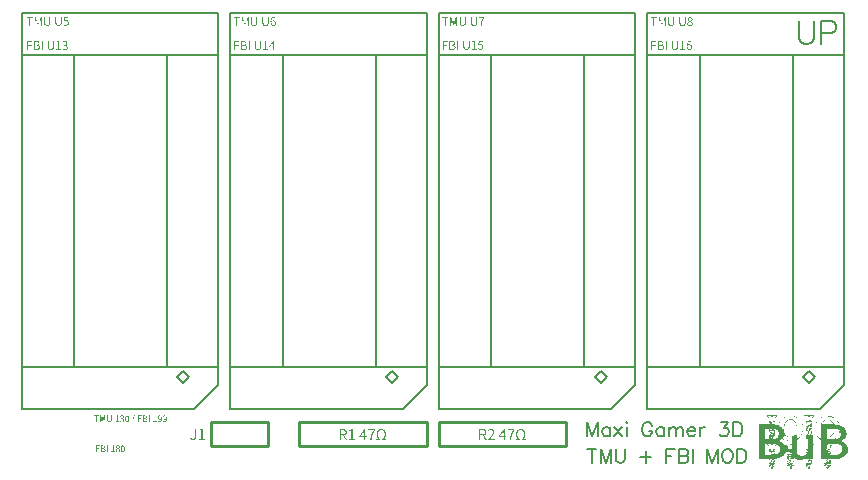
<source format=gto>
G04 Layer: TopSilkscreenLayer*
G04 EasyEDA v6.5.22, 2023-01-31 16:09:17*
G04 6fe1b45eb15a465e87536e095b6672f0,ba5b2474b43344648d466766df5634d0,10*
G04 Gerber Generator version 0.2*
G04 Scale: 100 percent, Rotated: No, Reflected: No *
G04 Dimensions in millimeters *
G04 leading zeros omitted , absolute positions ,4 integer and 5 decimal *
%FSLAX45Y45*%
%MOMM*%

%ADD10C,0.2032*%
%ADD11C,0.1501*%
%ADD12C,0.2540*%

%LPD*%
G36*
X6464300Y500532D02*
G01*
X6464300Y497941D01*
X6500266Y497941D01*
X6500266Y487476D01*
X6511290Y487476D01*
X6511290Y497941D01*
X6541719Y497941D01*
X6541719Y496316D01*
X6541160Y495300D01*
X6537502Y491743D01*
X6527901Y484479D01*
X6527901Y461873D01*
X6497726Y454253D01*
X6482791Y450850D01*
X6480911Y450850D01*
X6480911Y484479D01*
X6471310Y491743D01*
X6467602Y495300D01*
X6467043Y496316D01*
X6467043Y497941D01*
X6464300Y497941D01*
X6464300Y490067D01*
X6466890Y490067D01*
X6468211Y489762D01*
X6471869Y487578D01*
X6478117Y481838D01*
X6478117Y448259D01*
X6482638Y448259D01*
X6486093Y448716D01*
X6500114Y451713D01*
X6530644Y459536D01*
X6530644Y481838D01*
X6544462Y492150D01*
X6544462Y500532D01*
X6506159Y500532D01*
X6503771Y488746D01*
X6503009Y500532D01*
G37*
G36*
X6776770Y500532D02*
G01*
X6776770Y497941D01*
X6812686Y497941D01*
X6812686Y487476D01*
X6823760Y487476D01*
X6823760Y497941D01*
X6854190Y497941D01*
X6854190Y496265D01*
X6853631Y495147D01*
X6852158Y493318D01*
X6847230Y488543D01*
X6840321Y482498D01*
X6840321Y461518D01*
X6796735Y450697D01*
X6794398Y485698D01*
X6785965Y491185D01*
X6784035Y492861D01*
X6782765Y494436D01*
X6782257Y495604D01*
X6782257Y497941D01*
X6776770Y497941D01*
X6776770Y492810D01*
X6790588Y484225D01*
X6790588Y450697D01*
X6799275Y447548D01*
X6825996Y454659D01*
X6843115Y458927D01*
X6843115Y479856D01*
X6856933Y491998D01*
X6856933Y500532D01*
X6821373Y500532D01*
X6818985Y488746D01*
X6818223Y500532D01*
G37*
G36*
X6966153Y497789D02*
G01*
X6943902Y492759D01*
X6937400Y490880D01*
X6931304Y488696D01*
X6925614Y486308D01*
X6920128Y483565D01*
X6914845Y480415D01*
X6909714Y476910D01*
X6904583Y472998D01*
X6893559Y464058D01*
X6876796Y439115D01*
X6868007Y410718D01*
X6868007Y370941D01*
X6870801Y360730D01*
X6872427Y360730D01*
X6872427Y418185D01*
X6884873Y448005D01*
X6897268Y461060D01*
X6902500Y466242D01*
X6907631Y470916D01*
X6912711Y475030D01*
X6917944Y478637D01*
X6923278Y481787D01*
X6928815Y484581D01*
X6934606Y486968D01*
X6952335Y492607D01*
X7007606Y491083D01*
X7025589Y482092D01*
X7036968Y475437D01*
X7041388Y472490D01*
X7050278Y466090D01*
X7059625Y452577D01*
X7065975Y442468D01*
X7071106Y432460D01*
X7074255Y424484D01*
X7074458Y420370D01*
X7072325Y420268D01*
X7059675Y421436D01*
X7027976Y425602D01*
X7014616Y450545D01*
X6994245Y465226D01*
X6957466Y465226D01*
X6935673Y451612D01*
X6920761Y426161D01*
X6926072Y426161D01*
X6926478Y430326D01*
X6927697Y434390D01*
X6929577Y438353D01*
X6932168Y442112D01*
X6935317Y445668D01*
X6939025Y449021D01*
X6943140Y452069D01*
X6947712Y454812D01*
X6952538Y457250D01*
X6957669Y459232D01*
X6962952Y460857D01*
X6968388Y461975D01*
X6973874Y462635D01*
X6979361Y462737D01*
X6984796Y462330D01*
X6990080Y461264D01*
X7000189Y458622D01*
X7013956Y443992D01*
X7017156Y440131D01*
X7019290Y437134D01*
X7020052Y435406D01*
X7020559Y432511D01*
X7021728Y428853D01*
X7023404Y424738D01*
X6964984Y424789D01*
X6934403Y425348D01*
X6927037Y425856D01*
X6926072Y426161D01*
X6920761Y426161D01*
X6919163Y423418D01*
X6919255Y415594D01*
X6921550Y415594D01*
X6922871Y397357D01*
X6922933Y388162D01*
X7029145Y388162D01*
X7025944Y358800D01*
X7011365Y330657D01*
X6987794Y317601D01*
X6967524Y317601D01*
X6967524Y388162D01*
X6922933Y388162D01*
X6922566Y378358D01*
X6921550Y365912D01*
X6921550Y415594D01*
X6919255Y415594D01*
X6920077Y371094D01*
X6921500Y338328D01*
X6923887Y299262D01*
X6967524Y299262D01*
X6967524Y313639D01*
X6990283Y315163D01*
X6997852Y318820D01*
X7001459Y321005D01*
X7005726Y324154D01*
X7010095Y327914D01*
X7014006Y331774D01*
X7022592Y341020D01*
X7026859Y354584D01*
X7028535Y360527D01*
X7029856Y366623D01*
X7030770Y372160D01*
X7031278Y379780D01*
X7031736Y382828D01*
X7032396Y385216D01*
X7033209Y386638D01*
X7035292Y388620D01*
X7057034Y385318D01*
X7078167Y374091D01*
X7076490Y364794D01*
X7075322Y360121D01*
X7073442Y354279D01*
X7071055Y348030D01*
X7068464Y342087D01*
X7062165Y328726D01*
X7051700Y317754D01*
X7047026Y313182D01*
X7042048Y308914D01*
X7037374Y305358D01*
X7033564Y303022D01*
X7025894Y299262D01*
X7035393Y299262D01*
X7055358Y314807D01*
X7063638Y327304D01*
X7067245Y333298D01*
X7070953Y340360D01*
X7074306Y347624D01*
X7076897Y354177D01*
X7081824Y368554D01*
X7088936Y352856D01*
X7089190Y334924D01*
X7077811Y312674D01*
X7049414Y299262D01*
X6917334Y299262D01*
X6885482Y329387D01*
X6872427Y360730D01*
X6870801Y360730D01*
X6876491Y339801D01*
X6895744Y312267D01*
X6923278Y293573D01*
X6923278Y262686D01*
X6978091Y262686D01*
X6975957Y255422D01*
X6974636Y252679D01*
X6974128Y252221D01*
X6973722Y252679D01*
X6973163Y255422D01*
X6973062Y262686D01*
X6923278Y262686D01*
X6923278Y215798D01*
X6967524Y215798D01*
X6968286Y261366D01*
X6970674Y249631D01*
X6981342Y249631D01*
X6981342Y260096D01*
X7011771Y260096D01*
X7011771Y258521D01*
X7011212Y257454D01*
X7007555Y253898D01*
X6997953Y246634D01*
X6997953Y223672D01*
X6976872Y218541D01*
X6967524Y215798D01*
X6923278Y215798D01*
X6923278Y212293D01*
X6966153Y212293D01*
X7000697Y221589D01*
X7000697Y244043D01*
X7014514Y254304D01*
X7014514Y262686D01*
X7057390Y262636D01*
X7085584Y250240D01*
X7096810Y232664D01*
X7100417Y213410D01*
X7094067Y189585D01*
X7073239Y171805D01*
X7044690Y166014D01*
X7001154Y166014D01*
X6998919Y172466D01*
X6981088Y168198D01*
X6998868Y168605D01*
X6995515Y165455D01*
X6988251Y168198D01*
X6981088Y168198D01*
X6972960Y166624D01*
X6970064Y166420D01*
X6969048Y166776D01*
X6969912Y167589D01*
X6972706Y168808D01*
X6977430Y170434D01*
X7000697Y176733D01*
X7000697Y186893D01*
X6997242Y186893D01*
X6994855Y186588D01*
X6986016Y184556D01*
X6967524Y179324D01*
X6967524Y183896D01*
X6982866Y187147D01*
X6992670Y189534D01*
X6998258Y191922D01*
X7000392Y194818D01*
X6999731Y198577D01*
X6998258Y202184D01*
X6973519Y196037D01*
X6968540Y195021D01*
X6967423Y195376D01*
X6969048Y196951D01*
X6971131Y198120D01*
X6974789Y199542D01*
X6990130Y204063D01*
X6994652Y205638D01*
X6998004Y207111D01*
X6999630Y208279D01*
X7001205Y210667D01*
X6998309Y217830D01*
X6979767Y212699D01*
X6974941Y211734D01*
X6971182Y211226D01*
X6969048Y211328D01*
X6966153Y212293D01*
X6923278Y212293D01*
X6923278Y202031D01*
X6967524Y202031D01*
X6967524Y207060D01*
X6984136Y210820D01*
X6992213Y212394D01*
X6997953Y213055D01*
X6997953Y208483D01*
X6978192Y204520D01*
X6967524Y202031D01*
X6923278Y202031D01*
X6923278Y186486D01*
X6967524Y186486D01*
X6967524Y191465D01*
X6997242Y199745D01*
X6997547Y199644D01*
X6997903Y198323D01*
X6997953Y194614D01*
X6988606Y191414D01*
X6980478Y189230D01*
X6967524Y186486D01*
X6923278Y186486D01*
X6923278Y170688D01*
X6967524Y170688D01*
X6967524Y176123D01*
X6990384Y182676D01*
X6995515Y183794D01*
X6997598Y183438D01*
X6997953Y181762D01*
X6997953Y179273D01*
X6973925Y172872D01*
X6967524Y170688D01*
X6923278Y170688D01*
X6923278Y132029D01*
X6950405Y132029D01*
X6948278Y124206D01*
X6949846Y124206D01*
X6952488Y126542D01*
X6955942Y128625D01*
X6961073Y130149D01*
X6967728Y131114D01*
X6975805Y131419D01*
X6985508Y131470D01*
X6969607Y126695D01*
X6964629Y125526D01*
X6960108Y124714D01*
X6956602Y124358D01*
X6948278Y124206D01*
X6947712Y122174D01*
X6952488Y119329D01*
X6991045Y129997D01*
X7074001Y133959D01*
X7105243Y145288D01*
X7129424Y162712D01*
X7144512Y188976D01*
X7147915Y219913D01*
X7138619Y250291D01*
X7109358Y277926D01*
X7086396Y284429D01*
X7114133Y299415D01*
X7130288Y320446D01*
X7136231Y346659D01*
X7132624Y368554D01*
X7119772Y392836D01*
X7109358Y401015D01*
X7104583Y404418D01*
X7099300Y407670D01*
X7094220Y410413D01*
X7089902Y412242D01*
X7080961Y415290D01*
X7076084Y429107D01*
X7071055Y440334D01*
X7062165Y457403D01*
X7032345Y484022D01*
X7001002Y495147D01*
G37*
G36*
X6653682Y497585D02*
G01*
X6640880Y495401D01*
X6634937Y494131D01*
X6628130Y492302D01*
X6621272Y490118D01*
X6615328Y487883D01*
X6602526Y482549D01*
X6573316Y456387D01*
X6563055Y434949D01*
X6558330Y424281D01*
X6555486Y416356D01*
X6515455Y426974D01*
X6528054Y427329D01*
X6531406Y435559D01*
X6526326Y440334D01*
X6497269Y432816D01*
X6483756Y428650D01*
X6480251Y427278D01*
X6476197Y425145D01*
X6482283Y425145D01*
X6527444Y437591D01*
X6527698Y437438D01*
X6527647Y435914D01*
X6526225Y431749D01*
X6513931Y428294D01*
X6508394Y426974D01*
X6502400Y425907D01*
X6496659Y425196D01*
X6491935Y424992D01*
X6476197Y425145D01*
X6475425Y424738D01*
X6397955Y424738D01*
X6397955Y415747D01*
X6558788Y415747D01*
X6568998Y443179D01*
X6588556Y468325D01*
X6599834Y475742D01*
X6605371Y478993D01*
X6612026Y482346D01*
X6619036Y485393D01*
X6625488Y487832D01*
X6639864Y492506D01*
X6685280Y492709D01*
X6717284Y481584D01*
X6751066Y449326D01*
X6763715Y418185D01*
X6766356Y375920D01*
X6759346Y353771D01*
X6753910Y340156D01*
X6751370Y335026D01*
X6745884Y324815D01*
X6728358Y308914D01*
X6723888Y305257D01*
X6720382Y302818D01*
X6718452Y301904D01*
X6715912Y301904D01*
X6715912Y333248D01*
X6702958Y333248D01*
X6717030Y360172D01*
X6719316Y405638D01*
X6709968Y436473D01*
X6695948Y455930D01*
X6672681Y466547D01*
X6650939Y466445D01*
X6639864Y461619D01*
X6634937Y459232D01*
X6630517Y456641D01*
X6626555Y453694D01*
X6622948Y450392D01*
X6619646Y446684D01*
X6616598Y442417D01*
X6613702Y437591D01*
X6605270Y420014D01*
X6602693Y391160D01*
X6605270Y391160D01*
X6611061Y425297D01*
X6616242Y434848D01*
X6618884Y439115D01*
X6622288Y443687D01*
X6625996Y448056D01*
X6629552Y451662D01*
X6637680Y458978D01*
X6649466Y462127D01*
X6653784Y462889D01*
X6662013Y463651D01*
X6670294Y463804D01*
X6693712Y453745D01*
X6709968Y429564D01*
X6716674Y394157D01*
X6712712Y359511D01*
X6697929Y331978D01*
X6673037Y329336D01*
X6671309Y317601D01*
X6649364Y317601D01*
X6630924Y324866D01*
X6620611Y337870D01*
X6617868Y342087D01*
X6615480Y346354D01*
X6613499Y350926D01*
X6611772Y355854D01*
X6610299Y361391D01*
X6608978Y367588D01*
X6605270Y391160D01*
X6602693Y391160D01*
X6601714Y380187D01*
X6596989Y387451D01*
X6592316Y393700D01*
X6586778Y399084D01*
X6579717Y404164D01*
X6570319Y409600D01*
X6558788Y415747D01*
X6397955Y415747D01*
X6397955Y388264D01*
X6442202Y388264D01*
X6490309Y387654D01*
X6514998Y386892D01*
X6520637Y386435D01*
X6521246Y386232D01*
X6516573Y384505D01*
X6495440Y378917D01*
X6480911Y374751D01*
X6480911Y379882D01*
X6496100Y385114D01*
X6489344Y385267D01*
X6484569Y384556D01*
X6478117Y382371D01*
X6478117Y378866D01*
X6478320Y377393D01*
X6478879Y375970D01*
X6479743Y374700D01*
X6480759Y373837D01*
X6483400Y372313D01*
X6531914Y385216D01*
X6552844Y374091D01*
X6563766Y339496D01*
X6558432Y321970D01*
X6552133Y315620D01*
X6549085Y312826D01*
X6545326Y309930D01*
X6541414Y307289D01*
X6539494Y306222D01*
X6598005Y306222D01*
X6598513Y311200D01*
X6608064Y330403D01*
X6608064Y343712D01*
X6610146Y343611D01*
X6611518Y342798D01*
X6613753Y340664D01*
X6619443Y333654D01*
X6626656Y323748D01*
X6647332Y314502D01*
X6671665Y314147D01*
X6671665Y289153D01*
X6666179Y285953D01*
X6624574Y291388D01*
X6601815Y302514D01*
X6598005Y306222D01*
X6539494Y306222D01*
X6529628Y301294D01*
X6504635Y300228D01*
X6496456Y300278D01*
X6496100Y300583D01*
X6530644Y309880D01*
X6530644Y320192D01*
X6527850Y320192D01*
X6524853Y319786D01*
X6512814Y316941D01*
X6497878Y312928D01*
X6486042Y309321D01*
X6483299Y308203D01*
X6480048Y306324D01*
X6482698Y304495D01*
X6485483Y304495D01*
X6487160Y306070D01*
X6489242Y307035D01*
X6500164Y310388D01*
X6527190Y317347D01*
X6527495Y317246D01*
X6527850Y316077D01*
X6527901Y312724D01*
X6506667Y307035D01*
X6500571Y305714D01*
X6495389Y304850D01*
X6491782Y304495D01*
X6482698Y304495D01*
X6490258Y299262D01*
X6442202Y299262D01*
X6442202Y388264D01*
X6397955Y388264D01*
X6397955Y264007D01*
X6503466Y264007D01*
X6505295Y259232D01*
X6505295Y255727D01*
X6503466Y250952D01*
X6503466Y264007D01*
X6397955Y264007D01*
X6397955Y262686D01*
X6464300Y262686D01*
X6464300Y260096D01*
X6500266Y260096D01*
X6500266Y249631D01*
X6511290Y249631D01*
X6511290Y260096D01*
X6541719Y260096D01*
X6541719Y258521D01*
X6541160Y257454D01*
X6537502Y253898D01*
X6527901Y246634D01*
X6527901Y223672D01*
X6499402Y216662D01*
X6484518Y213258D01*
X6480911Y213055D01*
X6480911Y246634D01*
X6471310Y253898D01*
X6467602Y257454D01*
X6467043Y258521D01*
X6467043Y260096D01*
X6464300Y260096D01*
X6464300Y254304D01*
X6478117Y244043D01*
X6478117Y210413D01*
X6482791Y210413D01*
X6486296Y210870D01*
X6500266Y213817D01*
X6530644Y221437D01*
X6530644Y243535D01*
X6546697Y257048D01*
X6553200Y252780D01*
X6558737Y248716D01*
X6563207Y244449D01*
X6566712Y239623D01*
X6569659Y233934D01*
X6572554Y227431D01*
X6572554Y200456D01*
X6568440Y193040D01*
X6565036Y187604D01*
X6561124Y182930D01*
X6556756Y179019D01*
X6551879Y175768D01*
X6546443Y173278D01*
X6540398Y171500D01*
X6533794Y170383D01*
X6521348Y169672D01*
X6509562Y168605D01*
X6497320Y166827D01*
X6496202Y166878D01*
X6496659Y167284D01*
X6502450Y169164D01*
X6530644Y176834D01*
X6530644Y186893D01*
X6528612Y186944D01*
X6520281Y185267D01*
X6480098Y175463D01*
X6478204Y168605D01*
X6479946Y168605D01*
X6481978Y170586D01*
X6484061Y171602D01*
X6494780Y175310D01*
X6509410Y179781D01*
X6522059Y183235D01*
X6525818Y183997D01*
X6526631Y183896D01*
X6527292Y183489D01*
X6527749Y182727D01*
X6527901Y179273D01*
X6510934Y175107D01*
X6492951Y170129D01*
X6486448Y168808D01*
X6484162Y168605D01*
X6478204Y168605D01*
X6477508Y166014D01*
X6442202Y166014D01*
X6442202Y262686D01*
X6397955Y262686D01*
X6397955Y132029D01*
X6479946Y132029D01*
X6479659Y124206D01*
X6482435Y126542D01*
X6485839Y128625D01*
X6490970Y130149D01*
X6497624Y131114D01*
X6505752Y131521D01*
X6515455Y131673D01*
X6497777Y126542D01*
X6488277Y124510D01*
X6485178Y124206D01*
X6479659Y124206D01*
X6479489Y120243D01*
X6485280Y120853D01*
X6504685Y125120D01*
X6567322Y140106D01*
X6577939Y145237D01*
X6582867Y147980D01*
X6588404Y151638D01*
X6593941Y155803D01*
X6598666Y159918D01*
X6608775Y169468D01*
X6620408Y193446D01*
X6620408Y232664D01*
X6605524Y259486D01*
X6583273Y277520D01*
X6561074Y284429D01*
X6580124Y294894D01*
X6584848Y297789D01*
X6588302Y300228D01*
X6590080Y301853D01*
X6591858Y304546D01*
X6614972Y291693D01*
X6647942Y283616D01*
X6671665Y283616D01*
X6671665Y262686D01*
X6663791Y262686D01*
X6661353Y250952D01*
X6660642Y262686D01*
X6621881Y262686D01*
X6621881Y260096D01*
X6657848Y260096D01*
X6657848Y249631D01*
X6666128Y249631D01*
X6666128Y260096D01*
X6671919Y260096D01*
X6670294Y220116D01*
X6650939Y215341D01*
X6642455Y213461D01*
X6638493Y213055D01*
X6638493Y244652D01*
X6628892Y253187D01*
X6625234Y257302D01*
X6624675Y258419D01*
X6624675Y260096D01*
X6621881Y260096D01*
X6621881Y254152D01*
X6635750Y242062D01*
X6635750Y210413D01*
X6640575Y210464D01*
X6643471Y210769D01*
X6653072Y212801D01*
X6671665Y218033D01*
X6671665Y213614D01*
X6635750Y204978D01*
X6635750Y197002D01*
X6638493Y197002D01*
X6638493Y202285D01*
X6661454Y208737D01*
X6667601Y209956D01*
X6670751Y209753D01*
X6671665Y208229D01*
X6671665Y206044D01*
X6638493Y197002D01*
X6635750Y197002D01*
X6635750Y194767D01*
X6639458Y194767D01*
X6646011Y195884D01*
X6666433Y200914D01*
X6669735Y201371D01*
X6671259Y201218D01*
X6671360Y200253D01*
X6668820Y198983D01*
X6637121Y190296D01*
X6635864Y182473D01*
X6638340Y182473D01*
X6640271Y188061D01*
X6661912Y193344D01*
X6667804Y194360D01*
X6670802Y194106D01*
X6671665Y192735D01*
X6671665Y190703D01*
X6638340Y182473D01*
X6635864Y182473D01*
X6635343Y179070D01*
X6637172Y179070D01*
X6642912Y180289D01*
X6654190Y183235D01*
X6665315Y185775D01*
X6669024Y186182D01*
X6670802Y185978D01*
X6670090Y185115D01*
X6667093Y183743D01*
X6662267Y182016D01*
X6643928Y176530D01*
X6639661Y174904D01*
X6637426Y173736D01*
X6634988Y171551D01*
X6635340Y170688D01*
X6638493Y170688D01*
X6638493Y172821D01*
X6671208Y181406D01*
X6671513Y181305D01*
X6671411Y179832D01*
X6669989Y175615D01*
X6648703Y169824D01*
X6642760Y168808D01*
X6639509Y169113D01*
X6638493Y170688D01*
X6635340Y170688D01*
X6638137Y163779D01*
X6656730Y168960D01*
X6662115Y170078D01*
X6666788Y170789D01*
X6670040Y171043D01*
X6675831Y170840D01*
X6635750Y160223D01*
X6635750Y152603D01*
X6638493Y152603D01*
X6638493Y157378D01*
X6658914Y162966D01*
X6671005Y165709D01*
X6674459Y166014D01*
X6674459Y161391D01*
X6646265Y154736D01*
X6638493Y152603D01*
X6635750Y152603D01*
X6635750Y150317D01*
X6639204Y150368D01*
X6646113Y151485D01*
X6669786Y156921D01*
X6674408Y157683D01*
X6677202Y157937D01*
X6681368Y157734D01*
X6670497Y154228D01*
X6658356Y150774D01*
X6635750Y144729D01*
X6635764Y139395D01*
X6638188Y139395D01*
X6639306Y141528D01*
X6642608Y143357D01*
X6648145Y145389D01*
X6655206Y147421D01*
X6662877Y149199D01*
X6670294Y150622D01*
X6676644Y151434D01*
X6681063Y151536D01*
X6682740Y150723D01*
X6682740Y148539D01*
X6661302Y143103D01*
X6648805Y140157D01*
X6641236Y138938D01*
X6638188Y139395D01*
X6635764Y139395D01*
X6635953Y136194D01*
X6638493Y135077D01*
X6646164Y136448D01*
X6684670Y145948D01*
X6693200Y139954D01*
X6803034Y139954D01*
X6810349Y144322D01*
X6812025Y144932D01*
X6812280Y144322D01*
X6811314Y142494D01*
X6810400Y141478D01*
X6809130Y140665D01*
X6807708Y140106D01*
X6806285Y139903D01*
X6693200Y139954D01*
X6698488Y136550D01*
X6703466Y133807D01*
X6708495Y131470D01*
X6712864Y129794D01*
X6722262Y126796D01*
X6759295Y126796D01*
X6772859Y130759D01*
X6779209Y132384D01*
X6786473Y133858D01*
X6793788Y135077D01*
X6800240Y135839D01*
X6814058Y136956D01*
X6801561Y132435D01*
X6795363Y129336D01*
X6793585Y128066D01*
X6790791Y125425D01*
X6791611Y124206D01*
X6796125Y124206D01*
X6796125Y129032D01*
X6802323Y130200D01*
X6809536Y131013D01*
X6818223Y131368D01*
X6827875Y131470D01*
X6812178Y126695D01*
X6803694Y124714D01*
X6800951Y124358D01*
X6791611Y124206D01*
X6794906Y119176D01*
X6851396Y133248D01*
X6851396Y249326D01*
X6856933Y252577D01*
X6856933Y262686D01*
X6851396Y262686D01*
X6851396Y332638D01*
X6840118Y335432D01*
X6827367Y332130D01*
X6819696Y331012D01*
X6816852Y330911D01*
X6811314Y331165D01*
X6843115Y339039D01*
X6843115Y348945D01*
X6838899Y348945D01*
X6835089Y348488D01*
X6829196Y347319D01*
X6814210Y343509D01*
X6799986Y339242D01*
X6795008Y337464D01*
X6792518Y336143D01*
X6789928Y333705D01*
X6790599Y332689D01*
X6795770Y332689D01*
X6796938Y334924D01*
X6800189Y336804D01*
X6805777Y338785D01*
X6812788Y340817D01*
X6820458Y342595D01*
X6827875Y344017D01*
X6834225Y344830D01*
X6838696Y344982D01*
X6840321Y344119D01*
X6840321Y341934D01*
X6819036Y336397D01*
X6806641Y333400D01*
X6798970Y332181D01*
X6795770Y332689D01*
X6790599Y332689D01*
X6793839Y327710D01*
X6810603Y331216D01*
X6806844Y325424D01*
X6796786Y325424D01*
X6790893Y318719D01*
X6793011Y315468D01*
X6796125Y315468D01*
X6796125Y317398D01*
X6796735Y319633D01*
X6798513Y321360D01*
X6801307Y322427D01*
X6805015Y322783D01*
X6810248Y322783D01*
X6808774Y320497D01*
X6807708Y319532D01*
X6806031Y318465D01*
X6803948Y317550D01*
X6796125Y315468D01*
X6793077Y315366D01*
X6795262Y312064D01*
X6811314Y315010D01*
X6796125Y309321D01*
X6796176Y304139D01*
X6796786Y302209D01*
X6797243Y301904D01*
X6799580Y301396D01*
X6808520Y298297D01*
X6801510Y306527D01*
X6809231Y309321D01*
X6810146Y262686D01*
X6776770Y262686D01*
X6776770Y260096D01*
X6809943Y260096D01*
X6809943Y215646D01*
X6806082Y215544D01*
X6802577Y214782D01*
X6796786Y212699D01*
X6794398Y247904D01*
X6785965Y253339D01*
X6784035Y255066D01*
X6782765Y256590D01*
X6782257Y257810D01*
X6782257Y260096D01*
X6776770Y260096D01*
X6776770Y254965D01*
X6790334Y246583D01*
X6791959Y211734D01*
X6807250Y211632D01*
X6809282Y210972D01*
X6806895Y209397D01*
X6790080Y202641D01*
X6791455Y198932D01*
X6796278Y198932D01*
X6796481Y200609D01*
X6798970Y202641D01*
X6802678Y204419D01*
X6806488Y205181D01*
X6807809Y204978D01*
X6808927Y204520D01*
X6809638Y203809D01*
X6809943Y202895D01*
X6808114Y200863D01*
X6803898Y199136D01*
X6799325Y198323D01*
X6796278Y198932D01*
X6791455Y198932D01*
X6792569Y196037D01*
X6810298Y197408D01*
X6808571Y194767D01*
X6807504Y193751D01*
X6805879Y192887D01*
X6803898Y192328D01*
X6801815Y192125D01*
X6796786Y192125D01*
X6790893Y185420D01*
X6791621Y184302D01*
X6795770Y184302D01*
X6799173Y189534D01*
X6810248Y189534D01*
X6806844Y184302D01*
X6791621Y184302D01*
X6795262Y178765D01*
X6811314Y181711D01*
X6803339Y178765D01*
X6799884Y177241D01*
X6796278Y175310D01*
X6793026Y173177D01*
X6790486Y171145D01*
X6785559Y166471D01*
X6755282Y160070D01*
X6730492Y163576D01*
X6717995Y176174D01*
X6713372Y198678D01*
X6713169Y292912D01*
X6746240Y320446D01*
X6760616Y343662D01*
X6768388Y371144D01*
X6768439Y407974D01*
X6759854Y439064D01*
X6742938Y464007D01*
X6718096Y484682D01*
X6688531Y495147D01*
G37*
G36*
X6526530Y455523D02*
G01*
X6495440Y447141D01*
X6478117Y442823D01*
X6478117Y439166D01*
X6478467Y437235D01*
X6480556Y437235D01*
X6481622Y439369D01*
X6484823Y441096D01*
X6490665Y443026D01*
X6498183Y445008D01*
X6506413Y446887D01*
X6514388Y448360D01*
X6521297Y449326D01*
X6526072Y449580D01*
X6527901Y448868D01*
X6527901Y446887D01*
X6505143Y441198D01*
X6492036Y438150D01*
X6483959Y436829D01*
X6480556Y437235D01*
X6478467Y437235D01*
X6478930Y436118D01*
X6479794Y434797D01*
X6480860Y433882D01*
X6483604Y432308D01*
X6528358Y443738D01*
X6531406Y451205D01*
G37*
G36*
X6839051Y453948D02*
G01*
X6831380Y452983D01*
X6817664Y449732D01*
X6796379Y444296D01*
X6789470Y437794D01*
X6789952Y437337D01*
X6795770Y437337D01*
X6796938Y439470D01*
X6800189Y441350D01*
X6805777Y443331D01*
X6812788Y445363D01*
X6820458Y447141D01*
X6827875Y448564D01*
X6834225Y449376D01*
X6838696Y449478D01*
X6840321Y448665D01*
X6840321Y446481D01*
X6818934Y441045D01*
X6806438Y438099D01*
X6798818Y436880D01*
X6795770Y437337D01*
X6789952Y437337D01*
X6795363Y432257D01*
X6843115Y444093D01*
X6843115Y448614D01*
X6842404Y452526D01*
G37*
G36*
X6843471Y440435D02*
G01*
X6838696Y439674D01*
X6826453Y436829D01*
X6797497Y429615D01*
X6792165Y424688D01*
X6795973Y424688D01*
X6798157Y426161D01*
X6805015Y428294D01*
X6831025Y434695D01*
X6837883Y435914D01*
X6840169Y435305D01*
X6839254Y433019D01*
X6837629Y430530D01*
X6798614Y421487D01*
X6796887Y423113D01*
X6795973Y424688D01*
X6792165Y424688D01*
X6790791Y423418D01*
X6795211Y416610D01*
X6841744Y428802D01*
G37*
G36*
X6843115Y424738D02*
G01*
X6838289Y424434D01*
X6834886Y423926D01*
X6821982Y420979D01*
X6794703Y413715D01*
X6790944Y407974D01*
X6792302Y405892D01*
X6796125Y405892D01*
X6796125Y411073D01*
X6839915Y421792D01*
X6840270Y420624D01*
X6840321Y417271D01*
X6807809Y408635D01*
X6796125Y405892D01*
X6792302Y405892D01*
X6794042Y403250D01*
X6807301Y405434D01*
X6820357Y408482D01*
X6843115Y414629D01*
G37*
G36*
X6843115Y409041D02*
G01*
X6838289Y408838D01*
X6829501Y407314D01*
X6815175Y403961D01*
X6806793Y401726D01*
X6800088Y399592D01*
X6795058Y397560D01*
X6791655Y395681D01*
X6789928Y393903D01*
X6789854Y392684D01*
X6795719Y392684D01*
X6796684Y394817D01*
X6798665Y395732D01*
X6808673Y398932D01*
X6822135Y402742D01*
X6833616Y405587D01*
X6836867Y406146D01*
X6840321Y406450D01*
X6840321Y401828D01*
X6819087Y396341D01*
X6806844Y393446D01*
X6799122Y392277D01*
X6795719Y392684D01*
X6789854Y392684D01*
X6789826Y392226D01*
X6791350Y390652D01*
X6794449Y389178D01*
X6798360Y387756D01*
X6843115Y399186D01*
G37*
G36*
X6843115Y395986D02*
G01*
X6838543Y395224D01*
X6796278Y384149D01*
X6789470Y377698D01*
X6791293Y375970D01*
X6795973Y375970D01*
X6797903Y381457D01*
X6828281Y388874D01*
X6835800Y390245D01*
X6839407Y390194D01*
X6840321Y388772D01*
X6840321Y386791D01*
X6795973Y375970D01*
X6791293Y375970D01*
X6795262Y372211D01*
X6843115Y384200D01*
G37*
G36*
X6843471Y380288D02*
G01*
X6839864Y380034D01*
X6831380Y378155D01*
X6816191Y374142D01*
X6808216Y371754D01*
X6801307Y369417D01*
X6796125Y367385D01*
X6793534Y365912D01*
X6792057Y364490D01*
X6795973Y364490D01*
X6798056Y366014D01*
X6804914Y368147D01*
X6818223Y371602D01*
X6830771Y374599D01*
X6838086Y375767D01*
X6840575Y375158D01*
X6838797Y372770D01*
X6836308Y371551D01*
X6831482Y369824D01*
X6817512Y365861D01*
X6798767Y361238D01*
X6796989Y362915D01*
X6795973Y364490D01*
X6792057Y364490D01*
X6790791Y363270D01*
X6794906Y356971D01*
X6841744Y369062D01*
G37*
G36*
X6526530Y379222D02*
G01*
X6523685Y379018D01*
X6518046Y378002D01*
X6501638Y374040D01*
X6479540Y368198D01*
X6478107Y361289D01*
X6479489Y361289D01*
X6481775Y363626D01*
X6484315Y364947D01*
X6489598Y366928D01*
X6505295Y371602D01*
X6527190Y377494D01*
X6527495Y377393D01*
X6527850Y376123D01*
X6527901Y372668D01*
X6507581Y367080D01*
X6494729Y364032D01*
X6479489Y361289D01*
X6478107Y361289D01*
X6477812Y359867D01*
X6482283Y357276D01*
X6529273Y369062D01*
X6529273Y378561D01*
G37*
G36*
X6530644Y364642D02*
G01*
X6525818Y364490D01*
X6516319Y362661D01*
X6500266Y358597D01*
X6479590Y352856D01*
X6478807Y349148D01*
X6480759Y349148D01*
X6483197Y350824D01*
X6490208Y353009D01*
X6517538Y359918D01*
X6524904Y361442D01*
X6527546Y361188D01*
X6527901Y359511D01*
X6527901Y356971D01*
X6483096Y345998D01*
X6481521Y347472D01*
X6480759Y349148D01*
X6478807Y349148D01*
X6477711Y343712D01*
X6482740Y343712D01*
X6489192Y344474D01*
X6497472Y346151D01*
X6530644Y354380D01*
G37*
G36*
X6843115Y364642D02*
G01*
X6838289Y364439D01*
X6834886Y363931D01*
X6821982Y360984D01*
X6794703Y353568D01*
X6791679Y348996D01*
X6795973Y348996D01*
X6798106Y350621D01*
X6804609Y352856D01*
X6830568Y359867D01*
X6837527Y361391D01*
X6840016Y361188D01*
X6840321Y359511D01*
X6840321Y356971D01*
X6823303Y352806D01*
X6812178Y349808D01*
X6798513Y345795D01*
X6796836Y347370D01*
X6795973Y348996D01*
X6791679Y348996D01*
X6790791Y347675D01*
X6796125Y342646D01*
X6843115Y354380D01*
G37*
G36*
X6527495Y349605D02*
G01*
X6522415Y349300D01*
X6478117Y338277D01*
X6478117Y334619D01*
X6478320Y333095D01*
X6478930Y331571D01*
X6479980Y330098D01*
X6480911Y330098D01*
X6480911Y335330D01*
X6514744Y344119D01*
X6522974Y345795D01*
X6526885Y345744D01*
X6527901Y344220D01*
X6527901Y342087D01*
X6487261Y332079D01*
X6480911Y330098D01*
X6479980Y330098D01*
X6480810Y329387D01*
X6483451Y327863D01*
X6508089Y333705D01*
X6520637Y337210D01*
X6524447Y338480D01*
X6530644Y340969D01*
X6530644Y344830D01*
X6529984Y348132D01*
G37*
G36*
X6527088Y334213D02*
G01*
X6524345Y334060D01*
X6516827Y332740D01*
X6478117Y322681D01*
X6478117Y318973D01*
X6478320Y317449D01*
X6479141Y315417D01*
X6480606Y315417D01*
X6482638Y321157D01*
X6517944Y329895D01*
X6525514Y331165D01*
X6528054Y330606D01*
X6526326Y328168D01*
X6523634Y326847D01*
X6518148Y324967D01*
X6502196Y320598D01*
X6480606Y315417D01*
X6479141Y315417D01*
X6479540Y314706D01*
X6480454Y313893D01*
X6482842Y312521D01*
X6529273Y324459D01*
X6530949Y332790D01*
X6528765Y333959D01*
G37*
G36*
X6526530Y217424D02*
G01*
X6495440Y209245D01*
X6478117Y204978D01*
X6478117Y201320D01*
X6478320Y199796D01*
X6478930Y198272D01*
X6480031Y196799D01*
X6480911Y196799D01*
X6480911Y202031D01*
X6514693Y210820D01*
X6522923Y212496D01*
X6526885Y212496D01*
X6527901Y211023D01*
X6527901Y208991D01*
X6487261Y198882D01*
X6480911Y196799D01*
X6480031Y196799D01*
X6480860Y196088D01*
X6483604Y194462D01*
X6528358Y205892D01*
X6531406Y213410D01*
G37*
G36*
X6524904Y201574D02*
G01*
X6519722Y200761D01*
X6500723Y195376D01*
X6478117Y189382D01*
X6478117Y185674D01*
X6478320Y184150D01*
X6478778Y182676D01*
X6479222Y181965D01*
X6480556Y181965D01*
X6482588Y187807D01*
X6504533Y193497D01*
X6517792Y196697D01*
X6525463Y198018D01*
X6528104Y197459D01*
X6526326Y195072D01*
X6523634Y193751D01*
X6510731Y189687D01*
X6480556Y181965D01*
X6479222Y181965D01*
X6480403Y180644D01*
X6482689Y179324D01*
X6529273Y191363D01*
X6529273Y200863D01*
X6526530Y201472D01*
G37*
G36*
X6682790Y141884D02*
G01*
X6674866Y140360D01*
X6637121Y130708D01*
X6636117Y124206D01*
X6637578Y124206D01*
X6639610Y126136D01*
X6641744Y127304D01*
X6651142Y130606D01*
X6663690Y134112D01*
X6674815Y136601D01*
X6678472Y137007D01*
X6683857Y137261D01*
X6681216Y135026D01*
X6678930Y133858D01*
X6668922Y130505D01*
X6655866Y126949D01*
X6644640Y124561D01*
X6641287Y124206D01*
X6636117Y124206D01*
X6635343Y118973D01*
X6637629Y119024D01*
X6640880Y119583D01*
X6654800Y123088D01*
X6672072Y127914D01*
X6684975Y131927D01*
X6687413Y132943D01*
X6688937Y134416D01*
X6687312Y138430D01*
X6685940Y141173D01*
G37*
G36*
X6530644Y126796D02*
G01*
X6525818Y126593D01*
X6522313Y126085D01*
X6508699Y122885D01*
X6479540Y114858D01*
X6478781Y111150D01*
X6480759Y111150D01*
X6483045Y112674D01*
X6489954Y114909D01*
X6517385Y122072D01*
X6524752Y123647D01*
X6527495Y123393D01*
X6527901Y121666D01*
X6527901Y119176D01*
X6483096Y108153D01*
X6481521Y109626D01*
X6480759Y111150D01*
X6478781Y111150D01*
X6477711Y105867D01*
X6484416Y105867D01*
X6487668Y106070D01*
X6495491Y107391D01*
X6513728Y112420D01*
X6530644Y116535D01*
G37*
G36*
X6843115Y126796D02*
G01*
X6838289Y126593D01*
X6834886Y126085D01*
X6821982Y123139D01*
X6794703Y115722D01*
X6791715Y111201D01*
X6795973Y111201D01*
X6798106Y112826D01*
X6804609Y115011D01*
X6830568Y122021D01*
X6837527Y123596D01*
X6840016Y123342D01*
X6840321Y121666D01*
X6840321Y119176D01*
X6812178Y112014D01*
X6798513Y108000D01*
X6796836Y109524D01*
X6795973Y111201D01*
X6791715Y111201D01*
X6790944Y110032D01*
X6794042Y105308D01*
X6807301Y107492D01*
X6820357Y110540D01*
X6843115Y116687D01*
G37*
G36*
X7000697Y126796D02*
G01*
X6995871Y126593D01*
X6992366Y126085D01*
X6978751Y122885D01*
X6949592Y114858D01*
X6948698Y110489D01*
X6950964Y110489D01*
X6950964Y112522D01*
X6987336Y121920D01*
X6994906Y123596D01*
X6997598Y123393D01*
X6997953Y121666D01*
X6997953Y119176D01*
X6980986Y115011D01*
X6959904Y109270D01*
X6955028Y108610D01*
X6951980Y109016D01*
X6950964Y110489D01*
X6948678Y110388D01*
X6947763Y105867D01*
X6954469Y105867D01*
X6957720Y106070D01*
X6965543Y107391D01*
X6983780Y112420D01*
X7000697Y116535D01*
G37*
G36*
X6682740Y125882D02*
G01*
X6679438Y125679D01*
X6665823Y122986D01*
X6635750Y115316D01*
X6635750Y111353D01*
X6638340Y111353D01*
X6640880Y112979D01*
X6647891Y115163D01*
X6660642Y118364D01*
X6673189Y121208D01*
X6680453Y122275D01*
X6682943Y121615D01*
X6681165Y119278D01*
X6678675Y118059D01*
X6667144Y114554D01*
X6640575Y108254D01*
X6639052Y109677D01*
X6638340Y111353D01*
X6635750Y111353D01*
X6635750Y105206D01*
X6646113Y106781D01*
X6657898Y109270D01*
X6671665Y113030D01*
X6686905Y117652D01*
X6686905Y125425D01*
G37*
G36*
X6530644Y111099D02*
G01*
X6524447Y110947D01*
X6520738Y110489D01*
X6508546Y108000D01*
X6501587Y106222D01*
X6489598Y102768D01*
X6482435Y99974D01*
X6479032Y97231D01*
X6478117Y93980D01*
X6478117Y92252D01*
X6480911Y92252D01*
X6480911Y97485D01*
X6514744Y106324D01*
X6522974Y107950D01*
X6526885Y107950D01*
X6527901Y106375D01*
X6527901Y104292D01*
X6487261Y94284D01*
X6480911Y92252D01*
X6478117Y92252D01*
X6478117Y90220D01*
X6481572Y90271D01*
X6488277Y90830D01*
X6495999Y92252D01*
X6504127Y94335D01*
X6512102Y96875D01*
X6519367Y99618D01*
X6525259Y102463D01*
X6529222Y105105D01*
X6530644Y107340D01*
G37*
G36*
X6688683Y111099D02*
G01*
X6682231Y110896D01*
X6674866Y109982D01*
X6666128Y108102D01*
X6635750Y100431D01*
X6635750Y92456D01*
X6638493Y92456D01*
X6638493Y97485D01*
X6672376Y106375D01*
X6679539Y107950D01*
X6682282Y107797D01*
X6682740Y106222D01*
X6682740Y103936D01*
X6638493Y92456D01*
X6635750Y92456D01*
X6635750Y90220D01*
X6640575Y90373D01*
X6644081Y90881D01*
X6657695Y94030D01*
X6686803Y101955D01*
G37*
G36*
X6843115Y111099D02*
G01*
X6836867Y110794D01*
X6833057Y110337D01*
X6820306Y107594D01*
X6805828Y103581D01*
X6799529Y101447D01*
X6794855Y99568D01*
X6792315Y98145D01*
X6789470Y95453D01*
X6790165Y94792D01*
X6795719Y94792D01*
X6796684Y96875D01*
X6799935Y98704D01*
X6805523Y100736D01*
X6812584Y102768D01*
X6820306Y104597D01*
X6827774Y106019D01*
X6834174Y106933D01*
X6838645Y107086D01*
X6840321Y106324D01*
X6840321Y104089D01*
X6819036Y98552D01*
X6806793Y95605D01*
X6799072Y94386D01*
X6795719Y94792D01*
X6790165Y94792D01*
X6795617Y89611D01*
X6843115Y101447D01*
G37*
G36*
X7000697Y111099D02*
G01*
X6994499Y110947D01*
X6990689Y110489D01*
X6984949Y109423D01*
X6970775Y106019D01*
X6963714Y103936D01*
X6957517Y101803D01*
X6952742Y99872D01*
X6950151Y98348D01*
X6947052Y95453D01*
X6950430Y92252D01*
X6950964Y92252D01*
X6950964Y97485D01*
X6984796Y106324D01*
X6992975Y107950D01*
X6996938Y107950D01*
X6997953Y106375D01*
X6997953Y104292D01*
X6957314Y94284D01*
X6950964Y92252D01*
X6950430Y92252D01*
X6952843Y89966D01*
X7000697Y101295D01*
G37*
G36*
X6843115Y98044D02*
G01*
X6838543Y97332D01*
X6826097Y94183D01*
X6809130Y89560D01*
X6801764Y87172D01*
X6796328Y85140D01*
X6793585Y83667D01*
X6790791Y81026D01*
X6792759Y78028D01*
X6795973Y78028D01*
X6797802Y83312D01*
X6821017Y89509D01*
X6832346Y92049D01*
X6835495Y92506D01*
X6840321Y92811D01*
X6840321Y88849D01*
X6795973Y78028D01*
X6792759Y78028D01*
X6795211Y74269D01*
X6843115Y86258D01*
G37*
G36*
X6684111Y96926D02*
G01*
X6681317Y96723D01*
X6668058Y93929D01*
X6637121Y85852D01*
X6635825Y77673D01*
X6638239Y77673D01*
X6640271Y83515D01*
X6670700Y90932D01*
X6678168Y92303D01*
X6681825Y92252D01*
X6682740Y90830D01*
X6682740Y88849D01*
X6638239Y77673D01*
X6635825Y77673D01*
X6635343Y74523D01*
X6637629Y74574D01*
X6646113Y76403D01*
X6686905Y86817D01*
X6686905Y96316D01*
G37*
G36*
X6527088Y96367D02*
G01*
X6524345Y96215D01*
X6520789Y95707D01*
X6511950Y93624D01*
X6478117Y84632D01*
X6478117Y76962D01*
X6480149Y76301D01*
X6482638Y83312D01*
X6517944Y92049D01*
X6525514Y93319D01*
X6528054Y92760D01*
X6526326Y90373D01*
X6523990Y89103D01*
X6519468Y87477D01*
X6506565Y83820D01*
X6493052Y80365D01*
X6484772Y77978D01*
X6480070Y76301D01*
X6485026Y74625D01*
X6529273Y86868D01*
X6530949Y94945D01*
X6528765Y96113D01*
G37*
G36*
X6997141Y96367D02*
G01*
X6994398Y96215D01*
X6990842Y95707D01*
X6982002Y93624D01*
X6948170Y84632D01*
X6948170Y76962D01*
X6950202Y76301D01*
X6952640Y83312D01*
X6987997Y92049D01*
X6995566Y93319D01*
X6998106Y92760D01*
X6996379Y90373D01*
X6994042Y89103D01*
X6989521Y87477D01*
X6976618Y83820D01*
X6963105Y80365D01*
X6954774Y77978D01*
X6950122Y76301D01*
X6955078Y74625D01*
X6999325Y86868D01*
X7001002Y94945D01*
X6998766Y96113D01*
G37*
G36*
X6530644Y82346D02*
G01*
X6525818Y82042D01*
X6522567Y81584D01*
X6510528Y78841D01*
X6496151Y74828D01*
X6489954Y72796D01*
X6485331Y70967D01*
X6482892Y69646D01*
X6481941Y68732D01*
X6486448Y68732D01*
X6506464Y73914D01*
X6518097Y76708D01*
X6525259Y77927D01*
X6528257Y77571D01*
X6527342Y75742D01*
X6525310Y74828D01*
X6514795Y71424D01*
X6489242Y64465D01*
X6486448Y68732D01*
X6481941Y68732D01*
X6480302Y67157D01*
X6491528Y61467D01*
X6508292Y66192D01*
X6530644Y72034D01*
G37*
G36*
X6843115Y82346D02*
G01*
X6839661Y82143D01*
X6831330Y80365D01*
X6796125Y71120D01*
X6796125Y69088D01*
X6801459Y69088D01*
X6833870Y77724D01*
X6838797Y79248D01*
X6840067Y79298D01*
X6840270Y78536D01*
X6838645Y73660D01*
X6804253Y64769D01*
X6801459Y69088D01*
X6796125Y69088D01*
X6796125Y64617D01*
X6802120Y62636D01*
X6806184Y62382D01*
X6843115Y72034D01*
G37*
G36*
X7000697Y82346D02*
G01*
X6995871Y82042D01*
X6992620Y81584D01*
X6980580Y78841D01*
X6966203Y74828D01*
X6960006Y72796D01*
X6955332Y70967D01*
X6952945Y69646D01*
X6951993Y68732D01*
X6956501Y68732D01*
X6976516Y73914D01*
X6988149Y76708D01*
X6995312Y77927D01*
X6998309Y77571D01*
X6997395Y75742D01*
X6995363Y74828D01*
X6984847Y71424D01*
X6959295Y64465D01*
X6956501Y68732D01*
X6951993Y68732D01*
X6950354Y67157D01*
X6961581Y61467D01*
X6978345Y66192D01*
X7000697Y72034D01*
G37*
G36*
X6681266Y81788D02*
G01*
X6673799Y80365D01*
X6653784Y74879D01*
X6647586Y72847D01*
X6643014Y71069D01*
X6640677Y69799D01*
X6639864Y69037D01*
X6643878Y69037D01*
X6671767Y76149D01*
X6676136Y76758D01*
X6683857Y77114D01*
X6681216Y74930D01*
X6678930Y73761D01*
X6674713Y72136D01*
X6662724Y68580D01*
X6646875Y64465D01*
X6643878Y69037D01*
X6639864Y69037D01*
X6638239Y67513D01*
X6646418Y61112D01*
X6670954Y67564D01*
X6677355Y69697D01*
X6682282Y71729D01*
X6685127Y73355D01*
X6688937Y76657D01*
X6687058Y79502D01*
X6685025Y81432D01*
G37*
G36*
X6674459Y64058D02*
G01*
X6667195Y63652D01*
X6661200Y62230D01*
X6658305Y61315D01*
X6651853Y58826D01*
X6666484Y58826D01*
X6663893Y55219D01*
X6661607Y53797D01*
X6660438Y53593D01*
X6659422Y53797D01*
X6658609Y54406D01*
X6658051Y55219D01*
X6657848Y56235D01*
X6657848Y58826D01*
X6651853Y58826D01*
X6654139Y52324D01*
X6663791Y50546D01*
X6671208Y57048D01*
X6672884Y58978D01*
X6674002Y60655D01*
X6674459Y61874D01*
G37*
G36*
X6826808Y63601D02*
G01*
X6822744Y63296D01*
X6809943Y61112D01*
X6809943Y53441D01*
X6810362Y53289D01*
X6815480Y53289D01*
X6815480Y56083D01*
X6815683Y57150D01*
X6816293Y58013D01*
X6817156Y58623D01*
X6818223Y58826D01*
X6820153Y58521D01*
X6820763Y58115D01*
X6820966Y57708D01*
X6820763Y57099D01*
X6819290Y55626D01*
X6815480Y53289D01*
X6810362Y53289D01*
X6817766Y50596D01*
X6831990Y59436D01*
X6830466Y61722D01*
X6829094Y63093D01*
G37*
G36*
X6512001Y63500D02*
G01*
X6503009Y61722D01*
X6496100Y59893D01*
X6496100Y58826D01*
X6508851Y58826D01*
X6506311Y55219D01*
X6503974Y53797D01*
X6502857Y53593D01*
X6501841Y53797D01*
X6501028Y54406D01*
X6500469Y55219D01*
X6500266Y56235D01*
X6500266Y58826D01*
X6496100Y58826D01*
X6496100Y52374D01*
X6506209Y50546D01*
X6511493Y55117D01*
X6516319Y60147D01*
X6516420Y62941D01*
G37*
G36*
X6982104Y63500D02*
G01*
X6973265Y61772D01*
X6966559Y59994D01*
X6966136Y58826D01*
X6978903Y58826D01*
X6976364Y55219D01*
X6974027Y53797D01*
X6972909Y53593D01*
X6971893Y53797D01*
X6971080Y54406D01*
X6970522Y55219D01*
X6970318Y56235D01*
X6970318Y58826D01*
X6966136Y58826D01*
X6964476Y54051D01*
X6976211Y50546D01*
X6981545Y55067D01*
X6986320Y60096D01*
X6986473Y62941D01*
G37*
G36*
X3196844Y386588D02*
G01*
X3191052Y386181D01*
X3185617Y385064D01*
X3180638Y383235D01*
X3176016Y380746D01*
X3171901Y377647D01*
X3168192Y373938D01*
X3165043Y369671D01*
X3162350Y364896D01*
X3160268Y359714D01*
X3158744Y354025D01*
X3157778Y348030D01*
X3157474Y341630D01*
X3157880Y334772D01*
X3158998Y328422D01*
X3160725Y322630D01*
X3162909Y317347D01*
X3165551Y312572D01*
X3168396Y308305D01*
X3171444Y304546D01*
X3174492Y301244D01*
X3174492Y300736D01*
X3155696Y300736D01*
X3155696Y292100D01*
X3187954Y292100D01*
X3187954Y299720D01*
X3184042Y303022D01*
X3180384Y306781D01*
X3177082Y311099D01*
X3174187Y315925D01*
X3171748Y321360D01*
X3169970Y327355D01*
X3168802Y333908D01*
X3168396Y341122D01*
X3168904Y348589D01*
X3170326Y355498D01*
X3172663Y361645D01*
X3175863Y366979D01*
X3179927Y371398D01*
X3184804Y374650D01*
X3190443Y376732D01*
X3196844Y377444D01*
X3203244Y376732D01*
X3208883Y374650D01*
X3213760Y371398D01*
X3217824Y366979D01*
X3221024Y361645D01*
X3223361Y355498D01*
X3224784Y348589D01*
X3225292Y341122D01*
X3224885Y333908D01*
X3223768Y327355D01*
X3221990Y321360D01*
X3219602Y315925D01*
X3216706Y311099D01*
X3213404Y306781D01*
X3209696Y303022D01*
X3205734Y299720D01*
X3205734Y292100D01*
X3238246Y292100D01*
X3238246Y300736D01*
X3219196Y300736D01*
X3219196Y301244D01*
X3222345Y304546D01*
X3225393Y308305D01*
X3228289Y312572D01*
X3230829Y317347D01*
X3233064Y322630D01*
X3234740Y328422D01*
X3235807Y334772D01*
X3236214Y341630D01*
X3235909Y348030D01*
X3234944Y354025D01*
X3233420Y359714D01*
X3231337Y364896D01*
X3228644Y369671D01*
X3225495Y373938D01*
X3221786Y377647D01*
X3217672Y380746D01*
X3213049Y383235D01*
X3208070Y385064D01*
X3202635Y386181D01*
G37*
G36*
X2845054Y385064D02*
G01*
X2845054Y376428D01*
X2871724Y376428D01*
X2881680Y375513D01*
X2889046Y372567D01*
X2893568Y367233D01*
X2895092Y359156D01*
X2893568Y351129D01*
X2889046Y345440D01*
X2881680Y341985D01*
X2871724Y340868D01*
X2855722Y340868D01*
X2855722Y376428D01*
X2845054Y376428D01*
X2845054Y292100D01*
X2855722Y292100D01*
X2855722Y332232D01*
X2872994Y332232D01*
X2896108Y292100D01*
X2908046Y292100D01*
X2884170Y333248D01*
X2888792Y334619D01*
X2893009Y336550D01*
X2896717Y338988D01*
X2899816Y341934D01*
X2902356Y345389D01*
X2904185Y349453D01*
X2905353Y354025D01*
X2905760Y359156D01*
X2905150Y365760D01*
X2903423Y371246D01*
X2900578Y375716D01*
X2896768Y379272D01*
X2892094Y381914D01*
X2886557Y383692D01*
X2880360Y384708D01*
X2873502Y385064D01*
G37*
G36*
X2946146Y385064D02*
G01*
X2942437Y383082D01*
X2938119Y381406D01*
X2933192Y379933D01*
X2927604Y378714D01*
X2927604Y371856D01*
X2943860Y371856D01*
X2943860Y300736D01*
X2923032Y300736D01*
X2923032Y292100D01*
X2973070Y292100D01*
X2973070Y300736D01*
X2954274Y300736D01*
X2954274Y385064D01*
G37*
G36*
X3051556Y385064D02*
G01*
X3013178Y326136D01*
X3023108Y326136D01*
X3045714Y359664D01*
X3053080Y372872D01*
X3053588Y372872D01*
X3052826Y356362D01*
X3052826Y326136D01*
X3013178Y326136D01*
X3012186Y324612D01*
X3012186Y318008D01*
X3052826Y318008D01*
X3052826Y292100D01*
X3062732Y292100D01*
X3062732Y318008D01*
X3075432Y318008D01*
X3075432Y326136D01*
X3062732Y326136D01*
X3062732Y385064D01*
G37*
G36*
X3085592Y385064D02*
G01*
X3085592Y376174D01*
X3131312Y376174D01*
X3125012Y366725D01*
X3119678Y357378D01*
X3115310Y347878D01*
X3111804Y338023D01*
X3109112Y327761D01*
X3107080Y316788D01*
X3105708Y304952D01*
X3104896Y292100D01*
X3115564Y292100D01*
X3116275Y305104D01*
X3117443Y316992D01*
X3119221Y328015D01*
X3120390Y333298D01*
X3123387Y343509D01*
X3127451Y353466D01*
X3132734Y363372D01*
X3135833Y368401D01*
X3143250Y378714D01*
X3143250Y385064D01*
G37*
G36*
X4124960Y386588D02*
G01*
X4116984Y385622D01*
X4109974Y382879D01*
X4103725Y378663D01*
X4098036Y373126D01*
X4103878Y367284D01*
X4108145Y371551D01*
X4112971Y375005D01*
X4118254Y377342D01*
X4123944Y378206D01*
X4131716Y376783D01*
X4137202Y372770D01*
X4140403Y366725D01*
X4141470Y359156D01*
X4141215Y355092D01*
X4140352Y350875D01*
X4138929Y346506D01*
X4136948Y341985D01*
X4134358Y337312D01*
X4131157Y332384D01*
X4127347Y327304D01*
X4122877Y321970D01*
X4117797Y316382D01*
X4112056Y310591D01*
X4105656Y304546D01*
X4098544Y298196D01*
X4098544Y292100D01*
X4156201Y292100D01*
X4156201Y300990D01*
X4125671Y300939D01*
X4114292Y300228D01*
X4124909Y310692D01*
X4129684Y315823D01*
X4137964Y325882D01*
X4141419Y330809D01*
X4144467Y335686D01*
X4146956Y340512D01*
X4148988Y345338D01*
X4150410Y350113D01*
X4151325Y354888D01*
X4151629Y359664D01*
X4151172Y365506D01*
X4149801Y370738D01*
X4147565Y375310D01*
X4144467Y379222D01*
X4140657Y382371D01*
X4136085Y384657D01*
X4130852Y386080D01*
G37*
G36*
X4377944Y386588D02*
G01*
X4372152Y386181D01*
X4366717Y385064D01*
X4361738Y383235D01*
X4357116Y380746D01*
X4353001Y377647D01*
X4349292Y373938D01*
X4346143Y369671D01*
X4343450Y364896D01*
X4341368Y359714D01*
X4339844Y354025D01*
X4338878Y348030D01*
X4338574Y341630D01*
X4338980Y334772D01*
X4340098Y328422D01*
X4341825Y322630D01*
X4344009Y317347D01*
X4346651Y312572D01*
X4349496Y308305D01*
X4352544Y304546D01*
X4355592Y301244D01*
X4355592Y300736D01*
X4336796Y300736D01*
X4336796Y292100D01*
X4369054Y292100D01*
X4369054Y299720D01*
X4365142Y303022D01*
X4361484Y306781D01*
X4358182Y311099D01*
X4355287Y315925D01*
X4352848Y321360D01*
X4351070Y327355D01*
X4349902Y333908D01*
X4349496Y341122D01*
X4350004Y348589D01*
X4351426Y355498D01*
X4353763Y361645D01*
X4356963Y366979D01*
X4361027Y371398D01*
X4365904Y374650D01*
X4371543Y376732D01*
X4377944Y377444D01*
X4384344Y376732D01*
X4389983Y374650D01*
X4394860Y371398D01*
X4398924Y366979D01*
X4402124Y361645D01*
X4404461Y355498D01*
X4405884Y348589D01*
X4406392Y341122D01*
X4405985Y333908D01*
X4404868Y327355D01*
X4403090Y321360D01*
X4400702Y315925D01*
X4397806Y311099D01*
X4394504Y306781D01*
X4390796Y303022D01*
X4386834Y299720D01*
X4386834Y292100D01*
X4419346Y292100D01*
X4419346Y300736D01*
X4400296Y300736D01*
X4400296Y301244D01*
X4403445Y304546D01*
X4406493Y308305D01*
X4409389Y312572D01*
X4411929Y317347D01*
X4414164Y322630D01*
X4415840Y328422D01*
X4416907Y334772D01*
X4417314Y341630D01*
X4417009Y348030D01*
X4416044Y354025D01*
X4414520Y359714D01*
X4412437Y364896D01*
X4409744Y369671D01*
X4406595Y373938D01*
X4402886Y377647D01*
X4398772Y380746D01*
X4394149Y383235D01*
X4389170Y385064D01*
X4383735Y386181D01*
G37*
G36*
X4026154Y385064D02*
G01*
X4026154Y376428D01*
X4052824Y376428D01*
X4062780Y375513D01*
X4070146Y372567D01*
X4074668Y367233D01*
X4076192Y359156D01*
X4074668Y351129D01*
X4070146Y345440D01*
X4062780Y341985D01*
X4052824Y340868D01*
X4036822Y340868D01*
X4036822Y376428D01*
X4026154Y376428D01*
X4026154Y292100D01*
X4036822Y292100D01*
X4036822Y332232D01*
X4054094Y332232D01*
X4077208Y292100D01*
X4089146Y292100D01*
X4065270Y333248D01*
X4069892Y334619D01*
X4074109Y336550D01*
X4077817Y338988D01*
X4080916Y341934D01*
X4083456Y345389D01*
X4085285Y349453D01*
X4086453Y354025D01*
X4086860Y359156D01*
X4086250Y365760D01*
X4084523Y371246D01*
X4081678Y375716D01*
X4077868Y379272D01*
X4073194Y381914D01*
X4067657Y383692D01*
X4061460Y384708D01*
X4054601Y385064D01*
G37*
G36*
X4232656Y385064D02*
G01*
X4194278Y326136D01*
X4204208Y326136D01*
X4226814Y359664D01*
X4234180Y372872D01*
X4234688Y372872D01*
X4233926Y356362D01*
X4233926Y326136D01*
X4194278Y326136D01*
X4193286Y324612D01*
X4193286Y318008D01*
X4233926Y318008D01*
X4233926Y292100D01*
X4243832Y292100D01*
X4243832Y318008D01*
X4256532Y318008D01*
X4256532Y326136D01*
X4243832Y326136D01*
X4243832Y385064D01*
G37*
G36*
X4266692Y385064D02*
G01*
X4266692Y376174D01*
X4312412Y376174D01*
X4306112Y366725D01*
X4300778Y357378D01*
X4296410Y347878D01*
X4292904Y338023D01*
X4290212Y327761D01*
X4288180Y316788D01*
X4286808Y304952D01*
X4285996Y292100D01*
X4296664Y292100D01*
X4297375Y305104D01*
X4298543Y316992D01*
X4300321Y328015D01*
X4301490Y333298D01*
X4304487Y343509D01*
X4308551Y353466D01*
X4313834Y363372D01*
X4316933Y368401D01*
X4324350Y378714D01*
X4324350Y385064D01*
G37*
G36*
X1618996Y386588D02*
G01*
X1618996Y321310D01*
X1618030Y312166D01*
X1615186Y305968D01*
X1610410Y302361D01*
X1603756Y301244D01*
X1598726Y301802D01*
X1594358Y303631D01*
X1590548Y306933D01*
X1587246Y311912D01*
X1579372Y306578D01*
X1583944Y300228D01*
X1589684Y295605D01*
X1596542Y292811D01*
X1604518Y291846D01*
X1610766Y292404D01*
X1616049Y294081D01*
X1620418Y296672D01*
X1623872Y300177D01*
X1626463Y304393D01*
X1628292Y309219D01*
X1629308Y314553D01*
X1629664Y320294D01*
X1629664Y386588D01*
G37*
G36*
X1676654Y386588D02*
G01*
X1672843Y384657D01*
X1668475Y382930D01*
X1663547Y381508D01*
X1657857Y380238D01*
X1657857Y373380D01*
X1674114Y373380D01*
X1674114Y302260D01*
X1653539Y302260D01*
X1653539Y293624D01*
X1703578Y293624D01*
X1703578Y302260D01*
X1684528Y302260D01*
X1684528Y386588D01*
G37*
G36*
X1106932Y504951D02*
G01*
X1083310Y431038D01*
X1087882Y431038D01*
X1111504Y504951D01*
G37*
G36*
X1001521Y501396D02*
G01*
X997051Y500888D01*
X993038Y499414D01*
X989482Y497332D01*
X986282Y494792D01*
X989584Y490728D01*
X992174Y492861D01*
X995070Y494588D01*
X998169Y495757D01*
X1001521Y496316D01*
X1005484Y495503D01*
X1008532Y493623D01*
X1010462Y490728D01*
X1011174Y486918D01*
X1010361Y482650D01*
X1007668Y479145D01*
X1002792Y476859D01*
X995426Y475996D01*
X995426Y471170D01*
X1003655Y470306D01*
X1009192Y467918D01*
X1012240Y464210D01*
X1013206Y459485D01*
X1012342Y455015D01*
X1009954Y451561D01*
X1006246Y449326D01*
X1001521Y448564D01*
X997000Y449122D01*
X993190Y450646D01*
X989990Y452729D01*
X987298Y455168D01*
X984250Y451104D01*
X987298Y448309D01*
X991108Y445871D01*
X995883Y444144D01*
X1001776Y443484D01*
X1008684Y444601D01*
X1014272Y447751D01*
X1017981Y452831D01*
X1019302Y459485D01*
X1018387Y464718D01*
X1015847Y468884D01*
X1012139Y471932D01*
X1007618Y473709D01*
X1007618Y473964D01*
X1011631Y475945D01*
X1014780Y478891D01*
X1016812Y482701D01*
X1017524Y487426D01*
X1016355Y493369D01*
X1013053Y497738D01*
X1007973Y500481D01*
G37*
G36*
X1044702Y501396D02*
G01*
X1040993Y500938D01*
X1037590Y499618D01*
X1034643Y497382D01*
X1032154Y494284D01*
X1030173Y490270D01*
X1028649Y485343D01*
X1027734Y479450D01*
X1027430Y472693D01*
X1033526Y472693D01*
X1034338Y483260D01*
X1036624Y490626D01*
X1040180Y494893D01*
X1044702Y496316D01*
X1049172Y494893D01*
X1052626Y490626D01*
X1054862Y483260D01*
X1055624Y472693D01*
X1054862Y461873D01*
X1052626Y454355D01*
X1049172Y449986D01*
X1044702Y448564D01*
X1040180Y449986D01*
X1036624Y454355D01*
X1034338Y461873D01*
X1033526Y472693D01*
X1027430Y472693D01*
X1027734Y465835D01*
X1028649Y459892D01*
X1030173Y454863D01*
X1032154Y450748D01*
X1034643Y447548D01*
X1037590Y445312D01*
X1040993Y443941D01*
X1044702Y443484D01*
X1048410Y443941D01*
X1051763Y445312D01*
X1054658Y447548D01*
X1057097Y450748D01*
X1059078Y454863D01*
X1060500Y459892D01*
X1061415Y465835D01*
X1061720Y472693D01*
X1061415Y479450D01*
X1060500Y485343D01*
X1059078Y490270D01*
X1057097Y494284D01*
X1054658Y497382D01*
X1051763Y499618D01*
X1048410Y500938D01*
G37*
G36*
X1320546Y501396D02*
G01*
X1314450Y500075D01*
X1309420Y496366D01*
X1306068Y490677D01*
X1304798Y483362D01*
X1310894Y483362D01*
X1311605Y488594D01*
X1313637Y492709D01*
X1316685Y495350D01*
X1320546Y496316D01*
X1325626Y495096D01*
X1329436Y491540D01*
X1331925Y485800D01*
X1332992Y478028D01*
X1330147Y474573D01*
X1327099Y472236D01*
X1324051Y470865D01*
X1321054Y470408D01*
X1316583Y471322D01*
X1313383Y473913D01*
X1311503Y478028D01*
X1310894Y483362D01*
X1304798Y483362D01*
X1305915Y475691D01*
X1308963Y470204D01*
X1313789Y466953D01*
X1320038Y465835D01*
X1323644Y466343D01*
X1327099Y467766D01*
X1330350Y470001D01*
X1333246Y472948D01*
X1331823Y461518D01*
X1328572Y453999D01*
X1324051Y449834D01*
X1318768Y448564D01*
X1316126Y448868D01*
X1313586Y449783D01*
X1311300Y451256D01*
X1309370Y453135D01*
X1305814Y449072D01*
X1308354Y446785D01*
X1311351Y445058D01*
X1314907Y443890D01*
X1319022Y443484D01*
X1322882Y443890D01*
X1326540Y445211D01*
X1329944Y447446D01*
X1332941Y450646D01*
X1335481Y454964D01*
X1337411Y460400D01*
X1338630Y467055D01*
X1339088Y474980D01*
X1338732Y481126D01*
X1337665Y486511D01*
X1336040Y491032D01*
X1333804Y494741D01*
X1331112Y497636D01*
X1327962Y499719D01*
X1324406Y500989D01*
G37*
G36*
X1362456Y501396D02*
G01*
X1356360Y500075D01*
X1351330Y496366D01*
X1347978Y490677D01*
X1346708Y483362D01*
X1352550Y483362D01*
X1353312Y488594D01*
X1355394Y492709D01*
X1358544Y495350D01*
X1362456Y496316D01*
X1367383Y495096D01*
X1371142Y491540D01*
X1373682Y485800D01*
X1374902Y478028D01*
X1371955Y474573D01*
X1368907Y472236D01*
X1365910Y470865D01*
X1362964Y470408D01*
X1358341Y471322D01*
X1355090Y473913D01*
X1353159Y478028D01*
X1352550Y483362D01*
X1346708Y483362D01*
X1347774Y475691D01*
X1350822Y470204D01*
X1355598Y466953D01*
X1361948Y465835D01*
X1365554Y466343D01*
X1369009Y467766D01*
X1372158Y470001D01*
X1374902Y472948D01*
X1373479Y461518D01*
X1370380Y453999D01*
X1365961Y449834D01*
X1360678Y448564D01*
X1358036Y448868D01*
X1355496Y449783D01*
X1353210Y451256D01*
X1351280Y453135D01*
X1347724Y449072D01*
X1350264Y446785D01*
X1353261Y445058D01*
X1356817Y443890D01*
X1360932Y443484D01*
X1364691Y443890D01*
X1368348Y445211D01*
X1371752Y447446D01*
X1374800Y450646D01*
X1377340Y454964D01*
X1379270Y460400D01*
X1380540Y467055D01*
X1380998Y474980D01*
X1380642Y481126D01*
X1379626Y486511D01*
X1377950Y491032D01*
X1375714Y494741D01*
X1373022Y497636D01*
X1369872Y499719D01*
X1366316Y500989D01*
G37*
G36*
X764540Y500380D02*
G01*
X764540Y495046D01*
X781304Y495046D01*
X781304Y444500D01*
X787908Y444500D01*
X787908Y495046D01*
X804926Y495046D01*
X804926Y500380D01*
G37*
G36*
X815086Y500380D02*
G01*
X815086Y444500D01*
X820674Y444500D01*
X820623Y480517D01*
X819912Y493014D01*
X820419Y493014D01*
X824737Y480314D01*
X835660Y450088D01*
X839978Y450088D01*
X855471Y493014D01*
X855726Y493014D01*
X854964Y476758D01*
X854964Y444500D01*
X860806Y444500D01*
X860806Y500380D01*
X852932Y500380D01*
X841044Y466851D01*
X838200Y457962D01*
X837946Y457962D01*
X833882Y469900D01*
X822706Y500380D01*
G37*
G36*
X876046Y500380D02*
G01*
X876046Y467106D01*
X876452Y461009D01*
X877620Y455930D01*
X879449Y451815D01*
X881837Y448614D01*
X884783Y446278D01*
X888136Y444652D01*
X891895Y443788D01*
X895858Y443484D01*
X899820Y443788D01*
X903579Y444652D01*
X906932Y446278D01*
X909878Y448614D01*
X912266Y451815D01*
X914095Y455930D01*
X915263Y461009D01*
X915669Y467106D01*
X915669Y500380D01*
X909574Y500380D01*
X909574Y467106D01*
X908507Y458520D01*
X905560Y452932D01*
X901192Y449986D01*
X895858Y449072D01*
X890625Y449986D01*
X886358Y452932D01*
X883462Y458520D01*
X882396Y467106D01*
X882396Y500380D01*
G37*
G36*
X960882Y500380D02*
G01*
X955852Y498093D01*
X952855Y497230D01*
X949452Y496570D01*
X949452Y492506D01*
X959358Y492506D01*
X959358Y449580D01*
X946912Y449580D01*
X946912Y444500D01*
X976884Y444500D01*
X976884Y449580D01*
X965453Y449580D01*
X965453Y500380D01*
G37*
G36*
X1137158Y500380D02*
G01*
X1137158Y444500D01*
X1143508Y444500D01*
X1143508Y469900D01*
X1165098Y469900D01*
X1165098Y475234D01*
X1143508Y475234D01*
X1143508Y495046D01*
X1168908Y495046D01*
X1168908Y500380D01*
G37*
G36*
X1178814Y500380D02*
G01*
X1178814Y495300D01*
X1194054Y495300D01*
X1200048Y494792D01*
X1204366Y493166D01*
X1206906Y490270D01*
X1207770Y485901D01*
X1206957Y481939D01*
X1204468Y478891D01*
X1200048Y476961D01*
X1193546Y476250D01*
X1185164Y476250D01*
X1185164Y495300D01*
X1178814Y495300D01*
X1178814Y471424D01*
X1195070Y471424D01*
X1201877Y470814D01*
X1206855Y468884D01*
X1210005Y465632D01*
X1211072Y461009D01*
X1209954Y455879D01*
X1206804Y452323D01*
X1201724Y450240D01*
X1195070Y449580D01*
X1185164Y449580D01*
X1185164Y471424D01*
X1178814Y471424D01*
X1178814Y444500D01*
X1196086Y444500D01*
X1204722Y445516D01*
X1211376Y448513D01*
X1215644Y453593D01*
X1217168Y460756D01*
X1216355Y465886D01*
X1214018Y469849D01*
X1210411Y472643D01*
X1205738Y474218D01*
X1205738Y474472D01*
X1209294Y476351D01*
X1211935Y479145D01*
X1213561Y482650D01*
X1214120Y486664D01*
X1212697Y492861D01*
X1208786Y497128D01*
X1202740Y499618D01*
X1195070Y500380D01*
G37*
G36*
X1228598Y500380D02*
G01*
X1228598Y444500D01*
X1234694Y444500D01*
X1234694Y500380D01*
G37*
G36*
X1280414Y500380D02*
G01*
X1275384Y498093D01*
X1272387Y497230D01*
X1268984Y496570D01*
X1268984Y492506D01*
X1278890Y492506D01*
X1278890Y449580D01*
X1266444Y449580D01*
X1266444Y444500D01*
X1296416Y444500D01*
X1296416Y449580D01*
X1284986Y449580D01*
X1284986Y500380D01*
G37*
G36*
X1009396Y247396D02*
G01*
X1005687Y246938D01*
X1002334Y245617D01*
X999439Y243382D01*
X997000Y240284D01*
X995019Y236270D01*
X993597Y231343D01*
X992682Y225450D01*
X992378Y218694D01*
X998219Y218694D01*
X999032Y229260D01*
X1001318Y236626D01*
X1004874Y240893D01*
X1009396Y242316D01*
X1013866Y240893D01*
X1017320Y236626D01*
X1019556Y229260D01*
X1020318Y218694D01*
X1019556Y207873D01*
X1017320Y200355D01*
X1013866Y195986D01*
X1009396Y194564D01*
X1004874Y195986D01*
X1001318Y200355D01*
X999032Y207873D01*
X998219Y218694D01*
X992378Y218694D01*
X992682Y211836D01*
X993597Y205892D01*
X995019Y200863D01*
X997000Y196748D01*
X999439Y193548D01*
X1002334Y191312D01*
X1005687Y189941D01*
X1009396Y189484D01*
X1013104Y189941D01*
X1016457Y191312D01*
X1019352Y193548D01*
X1021791Y196748D01*
X1023772Y200863D01*
X1025194Y205892D01*
X1026109Y211836D01*
X1026414Y218694D01*
X1026109Y225450D01*
X1025194Y231343D01*
X1023772Y236270D01*
X1021791Y240284D01*
X1019352Y243382D01*
X1016457Y245617D01*
X1013104Y246938D01*
G37*
G36*
X967994Y247142D02*
G01*
X961999Y246075D01*
X957275Y243179D01*
X954125Y238658D01*
X953008Y232917D01*
X958596Y232917D01*
X959256Y236728D01*
X961186Y239725D01*
X964082Y241655D01*
X967740Y242316D01*
X971956Y241503D01*
X975055Y239318D01*
X976985Y236118D01*
X977646Y232156D01*
X977239Y228955D01*
X976121Y225907D01*
X974191Y223062D01*
X971550Y220471D01*
X966724Y222504D01*
X962609Y225094D01*
X959713Y228447D01*
X958596Y232917D01*
X953008Y232917D01*
X953566Y228854D01*
X955192Y225450D01*
X957529Y222554D01*
X960374Y220217D01*
X960374Y219964D01*
X956665Y217424D01*
X953363Y213918D01*
X951077Y209600D01*
X950256Y204724D01*
X955802Y204724D01*
X956411Y208737D01*
X958037Y212293D01*
X960628Y215392D01*
X963930Y217932D01*
X969619Y215442D01*
X974496Y212648D01*
X977900Y208991D01*
X979169Y203962D01*
X978357Y200050D01*
X976020Y196900D01*
X972413Y194818D01*
X967740Y194056D01*
X962964Y194868D01*
X959205Y197104D01*
X956716Y200507D01*
X955802Y204724D01*
X950256Y204724D01*
X951534Y198475D01*
X955141Y193751D01*
X960729Y190601D01*
X967740Y189484D01*
X974852Y190601D01*
X980287Y193700D01*
X983792Y198272D01*
X985012Y203962D01*
X984199Y208940D01*
X982116Y212902D01*
X979119Y216052D01*
X975614Y218440D01*
X975614Y218948D01*
X978153Y221284D01*
X980541Y224434D01*
X982268Y228193D01*
X982980Y232410D01*
X981964Y238353D01*
X979017Y243027D01*
X974293Y246075D01*
G37*
G36*
X782574Y246379D02*
G01*
X782574Y190500D01*
X788670Y190500D01*
X788670Y215900D01*
X810260Y215900D01*
X810260Y221234D01*
X788670Y221234D01*
X788670Y241046D01*
X814069Y241046D01*
X814069Y246379D01*
G37*
G36*
X823976Y246379D02*
G01*
X823976Y241300D01*
X839216Y241300D01*
X845210Y240792D01*
X849528Y239166D01*
X852068Y236270D01*
X852932Y231902D01*
X852119Y227939D01*
X849680Y224891D01*
X845312Y222961D01*
X838962Y222250D01*
X830326Y222250D01*
X830326Y241300D01*
X823976Y241300D01*
X823976Y217424D01*
X840486Y217424D01*
X847293Y216814D01*
X852322Y214884D01*
X855421Y211632D01*
X856487Y207010D01*
X855370Y201879D01*
X852220Y198323D01*
X847140Y196240D01*
X840486Y195580D01*
X830326Y195580D01*
X830326Y217424D01*
X823976Y217424D01*
X823976Y190500D01*
X841502Y190500D01*
X850036Y191516D01*
X856691Y194513D01*
X861060Y199593D01*
X862584Y206756D01*
X861720Y211886D01*
X859332Y215849D01*
X855624Y218643D01*
X850900Y220217D01*
X850900Y220471D01*
X854456Y222351D01*
X857097Y225145D01*
X858723Y228650D01*
X859282Y232664D01*
X857910Y238861D01*
X854049Y243128D01*
X848055Y245617D01*
X840232Y246379D01*
G37*
G36*
X873760Y246379D02*
G01*
X873760Y190500D01*
X880110Y190500D01*
X880110Y246379D01*
G37*
G36*
X925576Y246379D02*
G01*
X923290Y245160D01*
X920648Y244094D01*
X917702Y243230D01*
X914400Y242570D01*
X914400Y238506D01*
X924052Y238506D01*
X924052Y195580D01*
X911606Y195580D01*
X911606Y190500D01*
X941578Y190500D01*
X941578Y195580D01*
X930402Y195580D01*
X930402Y246379D01*
G37*
G36*
X193802Y3874770D02*
G01*
X193802Y3867658D01*
X216408Y3867658D01*
X216408Y3800348D01*
X225044Y3800348D01*
X225044Y3867658D01*
X247650Y3867658D01*
X247650Y3874770D01*
G37*
G36*
X261112Y3874770D02*
G01*
X261112Y3800348D01*
X268732Y3800348D01*
X268630Y3848404D01*
X267716Y3864864D01*
X268224Y3864864D01*
X274066Y3848100D01*
X288798Y3807968D01*
X294640Y3807968D01*
X309118Y3848100D01*
X314960Y3864864D01*
X315468Y3864864D01*
X314756Y3853942D01*
X314452Y3843274D01*
X314452Y3800348D01*
X322072Y3800348D01*
X322072Y3874770D01*
X311912Y3874770D01*
X297180Y3834129D01*
X292100Y3818128D01*
X291592Y3818128D01*
X286258Y3834129D01*
X271526Y3874770D01*
G37*
G36*
X342646Y3874770D02*
G01*
X342646Y3830574D01*
X343154Y3822446D01*
X344678Y3815689D01*
X347116Y3810203D01*
X350316Y3805936D01*
X354177Y3802786D01*
X358597Y3800652D01*
X363524Y3799433D01*
X368808Y3799078D01*
X374192Y3799433D01*
X379171Y3800652D01*
X383641Y3802786D01*
X387553Y3805936D01*
X390753Y3810203D01*
X393192Y3815689D01*
X394716Y3822446D01*
X395224Y3830574D01*
X395224Y3874770D01*
X387096Y3874770D01*
X387096Y3830320D01*
X386740Y3824020D01*
X385673Y3818890D01*
X383997Y3814724D01*
X381762Y3811524D01*
X379069Y3809187D01*
X375970Y3807612D01*
X372516Y3806698D01*
X368808Y3806444D01*
X361950Y3807612D01*
X356311Y3811524D01*
X352450Y3818890D01*
X351028Y3830320D01*
X351028Y3874770D01*
G37*
G36*
X437896Y3874770D02*
G01*
X437896Y3830574D01*
X438404Y3822446D01*
X439928Y3815689D01*
X442366Y3810203D01*
X445566Y3805936D01*
X449478Y3802786D01*
X453948Y3800652D01*
X458927Y3799433D01*
X464312Y3799078D01*
X469696Y3799433D01*
X474675Y3800652D01*
X479145Y3802786D01*
X483057Y3805936D01*
X486257Y3810203D01*
X488696Y3815689D01*
X490220Y3822446D01*
X490728Y3830574D01*
X490728Y3874770D01*
X482600Y3874770D01*
X482600Y3830320D01*
X482244Y3824020D01*
X481177Y3818890D01*
X479501Y3814724D01*
X477266Y3811524D01*
X474573Y3809187D01*
X471474Y3807612D01*
X468020Y3806698D01*
X464312Y3806444D01*
X457352Y3807612D01*
X451713Y3811524D01*
X447903Y3818890D01*
X446532Y3830320D01*
X446532Y3874770D01*
G37*
G36*
X511809Y3874770D02*
G01*
X509524Y3840226D01*
X514096Y3837432D01*
X517194Y3839260D01*
X520141Y3840632D01*
X523290Y3841445D01*
X526796Y3841750D01*
X533349Y3840530D01*
X538276Y3837076D01*
X541426Y3831539D01*
X542544Y3824224D01*
X541274Y3816654D01*
X537768Y3810863D01*
X532587Y3807206D01*
X526288Y3805936D01*
X520242Y3806647D01*
X515315Y3808476D01*
X511200Y3811168D01*
X507746Y3814318D01*
X503428Y3808984D01*
X507593Y3805275D01*
X512775Y3802126D01*
X519125Y3799890D01*
X527050Y3799078D01*
X531571Y3799484D01*
X535940Y3800754D01*
X539953Y3802837D01*
X543560Y3805682D01*
X546608Y3809288D01*
X548894Y3813657D01*
X550418Y3818686D01*
X550926Y3824478D01*
X550468Y3830218D01*
X549198Y3835146D01*
X547166Y3839210D01*
X544474Y3842461D01*
X541172Y3844950D01*
X537413Y3846728D01*
X533298Y3847744D01*
X528828Y3848100D01*
X525475Y3847896D01*
X522528Y3847337D01*
X519785Y3846372D01*
X517143Y3845051D01*
X519176Y3867658D01*
X547370Y3867658D01*
X547370Y3874770D01*
G37*
G36*
X518922Y3672840D02*
G01*
X512826Y3672179D01*
X507492Y3670300D01*
X502716Y3667556D01*
X498348Y3664204D01*
X502920Y3658615D01*
X506222Y3661562D01*
X510032Y3663950D01*
X514197Y3665524D01*
X518668Y3666236D01*
X524001Y3665220D01*
X528116Y3662679D01*
X530707Y3658819D01*
X531622Y3653790D01*
X530555Y3647948D01*
X526999Y3643274D01*
X520496Y3640175D01*
X510540Y3639058D01*
X510540Y3632708D01*
X521512Y3631590D01*
X528828Y3628390D01*
X532892Y3623462D01*
X534162Y3617214D01*
X533044Y3611168D01*
X529844Y3606647D01*
X524967Y3603751D01*
X518668Y3602736D01*
X512572Y3603447D01*
X507542Y3605326D01*
X503377Y3608070D01*
X499872Y3611372D01*
X495554Y3606037D01*
X499618Y3602177D01*
X504799Y3598926D01*
X511251Y3596690D01*
X519176Y3595878D01*
X523900Y3596233D01*
X528269Y3597300D01*
X532282Y3599078D01*
X535736Y3601465D01*
X538581Y3604463D01*
X540715Y3608070D01*
X542086Y3612235D01*
X542544Y3616960D01*
X541274Y3623919D01*
X537921Y3629507D01*
X532892Y3633622D01*
X526796Y3636010D01*
X526796Y3636264D01*
X532180Y3639058D01*
X536346Y3643020D01*
X539038Y3648151D01*
X540004Y3654551D01*
X538429Y3662324D01*
X534060Y3668064D01*
X527354Y3671620D01*
G37*
G36*
X200914Y3671570D02*
G01*
X200914Y3597148D01*
X209296Y3597148D01*
X209296Y3631184D01*
X237998Y3631184D01*
X237998Y3638296D01*
X209296Y3638296D01*
X209296Y3664458D01*
X243078Y3664458D01*
X243078Y3671570D01*
G37*
G36*
X256286Y3671570D02*
G01*
X256286Y3664712D01*
X276606Y3664712D01*
X284581Y3664051D01*
X290322Y3661918D01*
X293776Y3658057D01*
X294894Y3652265D01*
X293827Y3646932D01*
X290525Y3642969D01*
X284734Y3640429D01*
X276098Y3639565D01*
X264668Y3639565D01*
X264668Y3664712D01*
X256286Y3664712D01*
X256286Y3633215D01*
X278130Y3633215D01*
X287121Y3632352D01*
X293827Y3629761D01*
X298043Y3625392D01*
X299466Y3619246D01*
X297992Y3612337D01*
X293776Y3607511D01*
X287020Y3604666D01*
X278130Y3603751D01*
X264668Y3603751D01*
X264668Y3633215D01*
X256286Y3633215D01*
X256286Y3597148D01*
X279400Y3597148D01*
X285445Y3597452D01*
X290880Y3598468D01*
X295706Y3600145D01*
X299770Y3602532D01*
X303072Y3605580D01*
X305562Y3609340D01*
X307086Y3613810D01*
X307594Y3618992D01*
X306476Y3625799D01*
X303276Y3631031D01*
X298399Y3634689D01*
X292100Y3636772D01*
X292100Y3637279D01*
X296824Y3639718D01*
X300329Y3643376D01*
X302514Y3647998D01*
X303276Y3653282D01*
X302818Y3657803D01*
X301447Y3661613D01*
X299262Y3664762D01*
X296265Y3667251D01*
X292608Y3669182D01*
X288290Y3670503D01*
X283362Y3671315D01*
X277876Y3671570D01*
G37*
G36*
X322580Y3671570D02*
G01*
X322580Y3597148D01*
X330962Y3597148D01*
X330962Y3671570D01*
G37*
G36*
X374142Y3671570D02*
G01*
X374142Y3627374D01*
X374650Y3619246D01*
X376174Y3612489D01*
X378612Y3607003D01*
X381812Y3602736D01*
X385673Y3599586D01*
X390093Y3597452D01*
X395020Y3596233D01*
X400304Y3595878D01*
X405688Y3596233D01*
X410667Y3597452D01*
X415137Y3599586D01*
X419049Y3602736D01*
X422249Y3607003D01*
X424688Y3612489D01*
X426212Y3619246D01*
X426720Y3627374D01*
X426720Y3671570D01*
X418592Y3671570D01*
X418592Y3627120D01*
X418236Y3620820D01*
X417169Y3615690D01*
X415493Y3611524D01*
X413258Y3608324D01*
X410565Y3605987D01*
X407466Y3604412D01*
X404012Y3603498D01*
X400304Y3603244D01*
X393446Y3604412D01*
X387807Y3608324D01*
X383946Y3615690D01*
X382524Y3627120D01*
X382524Y3671570D01*
G37*
G36*
X464312Y3671570D02*
G01*
X461264Y3669944D01*
X457758Y3668522D01*
X453796Y3667404D01*
X449326Y3666490D01*
X449326Y3661156D01*
X462534Y3661156D01*
X462534Y3604006D01*
X445770Y3604006D01*
X445770Y3597148D01*
X485901Y3597148D01*
X485901Y3604006D01*
X470662Y3604006D01*
X470662Y3671570D01*
G37*
G36*
X2286254Y3874770D02*
G01*
X2281021Y3874262D01*
X2275992Y3872585D01*
X2271420Y3869740D01*
X2267356Y3865626D01*
X2263902Y3860088D01*
X2261311Y3853129D01*
X2259685Y3844594D01*
X2259076Y3834384D01*
X2259363Y3829050D01*
X2267204Y3829050D01*
X2271115Y3833571D01*
X2275128Y3836670D01*
X2279040Y3838397D01*
X2282698Y3838956D01*
X2288946Y3837736D01*
X2293315Y3834231D01*
X2295855Y3828897D01*
X2296668Y3821937D01*
X2295702Y3814826D01*
X2292959Y3809288D01*
X2288844Y3805682D01*
X2283714Y3804412D01*
X2277110Y3806037D01*
X2272131Y3810812D01*
X2268829Y3818534D01*
X2267204Y3829050D01*
X2259363Y3829050D01*
X2259533Y3825900D01*
X2260904Y3818483D01*
X2263038Y3812184D01*
X2265984Y3807053D01*
X2269540Y3802989D01*
X2273757Y3800144D01*
X2278481Y3798366D01*
X2283714Y3797808D01*
X2287828Y3798265D01*
X2291689Y3799535D01*
X2295194Y3801618D01*
X2298293Y3804462D01*
X2300884Y3807917D01*
X2302865Y3812032D01*
X2304084Y3816756D01*
X2304542Y3821937D01*
X2304186Y3827322D01*
X2303119Y3831996D01*
X2301392Y3835958D01*
X2299004Y3839210D01*
X2296058Y3841750D01*
X2292553Y3843578D01*
X2288489Y3844696D01*
X2283968Y3845051D01*
X2279497Y3844442D01*
X2274976Y3842715D01*
X2270709Y3839921D01*
X2266950Y3836162D01*
X2267458Y3844290D01*
X2268626Y3851097D01*
X2270506Y3856583D01*
X2272893Y3860901D01*
X2275789Y3864101D01*
X2279091Y3866286D01*
X2282698Y3867505D01*
X2286508Y3867912D01*
X2289911Y3867505D01*
X2293162Y3866337D01*
X2296160Y3864457D01*
X2298700Y3862070D01*
X2303272Y3867404D01*
X2299970Y3870350D01*
X2296109Y3872687D01*
X2291537Y3874211D01*
G37*
G36*
X1946402Y3873500D02*
G01*
X1946402Y3866387D01*
X1969007Y3866387D01*
X1969007Y3799078D01*
X1977643Y3799078D01*
X1977643Y3866387D01*
X2000250Y3866387D01*
X2000250Y3873500D01*
G37*
G36*
X2013712Y3873500D02*
G01*
X2013712Y3799078D01*
X2021332Y3799078D01*
X2021230Y3847134D01*
X2020316Y3863594D01*
X2020824Y3863594D01*
X2026666Y3846829D01*
X2041398Y3806698D01*
X2047239Y3806698D01*
X2061718Y3846829D01*
X2067560Y3863594D01*
X2068068Y3863594D01*
X2067356Y3852722D01*
X2067052Y3842004D01*
X2067052Y3799078D01*
X2074672Y3799078D01*
X2074672Y3873500D01*
X2064512Y3873500D01*
X2049780Y3832860D01*
X2044700Y3816858D01*
X2044192Y3816858D01*
X2038857Y3832860D01*
X2024125Y3873500D01*
G37*
G36*
X2095246Y3873500D02*
G01*
X2095246Y3829304D01*
X2095754Y3821176D01*
X2097278Y3814419D01*
X2099716Y3808933D01*
X2102916Y3804716D01*
X2106777Y3801516D01*
X2111197Y3799382D01*
X2116124Y3798163D01*
X2121408Y3797808D01*
X2126792Y3798163D01*
X2131771Y3799382D01*
X2136241Y3801516D01*
X2140153Y3804716D01*
X2143353Y3808933D01*
X2145792Y3814419D01*
X2147316Y3821176D01*
X2147824Y3829304D01*
X2147824Y3873500D01*
X2139696Y3873500D01*
X2139696Y3829050D01*
X2139340Y3822750D01*
X2138273Y3817620D01*
X2136597Y3813454D01*
X2134362Y3810254D01*
X2131669Y3807917D01*
X2128570Y3806342D01*
X2125116Y3805428D01*
X2121408Y3805174D01*
X2114550Y3806342D01*
X2108911Y3810254D01*
X2105050Y3817620D01*
X2103628Y3829050D01*
X2103628Y3873500D01*
G37*
G36*
X2190496Y3873500D02*
G01*
X2190496Y3829304D01*
X2191004Y3821176D01*
X2192528Y3814419D01*
X2194966Y3808933D01*
X2198166Y3804716D01*
X2202078Y3801516D01*
X2206548Y3799382D01*
X2211527Y3798163D01*
X2216912Y3797808D01*
X2222296Y3798163D01*
X2227275Y3799382D01*
X2231745Y3801516D01*
X2235657Y3804716D01*
X2238857Y3808933D01*
X2241296Y3814419D01*
X2242820Y3821176D01*
X2243328Y3829304D01*
X2243328Y3873500D01*
X2235200Y3873500D01*
X2235200Y3829050D01*
X2234844Y3822750D01*
X2233777Y3817620D01*
X2232101Y3813454D01*
X2229866Y3810254D01*
X2227173Y3807917D01*
X2224074Y3806342D01*
X2220620Y3805428D01*
X2216912Y3805174D01*
X2209952Y3806342D01*
X2204313Y3810254D01*
X2200503Y3817620D01*
X2199132Y3829050D01*
X2199132Y3873500D01*
G37*
G36*
X1953514Y3670300D02*
G01*
X1953514Y3595878D01*
X1961896Y3595878D01*
X1961896Y3629914D01*
X1990598Y3629914D01*
X1990598Y3637026D01*
X1961896Y3637026D01*
X1961896Y3663187D01*
X1995678Y3663187D01*
X1995678Y3670300D01*
G37*
G36*
X2008886Y3670300D02*
G01*
X2008886Y3663442D01*
X2029206Y3663442D01*
X2037181Y3662781D01*
X2042922Y3660648D01*
X2046325Y3656787D01*
X2047493Y3650996D01*
X2046427Y3645662D01*
X2043125Y3641699D01*
X2037334Y3639159D01*
X2028698Y3638296D01*
X2017268Y3638296D01*
X2017268Y3663442D01*
X2008886Y3663442D01*
X2008886Y3631946D01*
X2030730Y3631946D01*
X2039721Y3631082D01*
X2046427Y3628491D01*
X2050643Y3624122D01*
X2052066Y3617976D01*
X2050592Y3611067D01*
X2046325Y3606241D01*
X2039620Y3603396D01*
X2030730Y3602482D01*
X2017268Y3602482D01*
X2017268Y3631946D01*
X2008886Y3631946D01*
X2008886Y3595878D01*
X2032000Y3595878D01*
X2038045Y3596182D01*
X2043480Y3597198D01*
X2048306Y3598875D01*
X2052370Y3601262D01*
X2055672Y3604310D01*
X2058162Y3608070D01*
X2059686Y3612540D01*
X2060193Y3617722D01*
X2059076Y3624529D01*
X2055875Y3629761D01*
X2050999Y3633419D01*
X2044700Y3635501D01*
X2044700Y3636010D01*
X2049424Y3638448D01*
X2052929Y3642106D01*
X2055114Y3646728D01*
X2055875Y3652012D01*
X2055418Y3656533D01*
X2054047Y3660343D01*
X2051862Y3663492D01*
X2048865Y3666032D01*
X2045207Y3667912D01*
X2040889Y3669284D01*
X2035962Y3670046D01*
X2030475Y3670300D01*
G37*
G36*
X2075180Y3670300D02*
G01*
X2075180Y3595878D01*
X2083562Y3595878D01*
X2083562Y3670300D01*
G37*
G36*
X2126742Y3670300D02*
G01*
X2126742Y3626104D01*
X2127250Y3617976D01*
X2128774Y3611219D01*
X2131212Y3605733D01*
X2134412Y3601516D01*
X2138273Y3598316D01*
X2142693Y3596182D01*
X2147620Y3594963D01*
X2152904Y3594608D01*
X2158288Y3594963D01*
X2163267Y3596182D01*
X2167737Y3598316D01*
X2171649Y3601516D01*
X2174849Y3605733D01*
X2177288Y3611219D01*
X2178812Y3617976D01*
X2179320Y3626104D01*
X2179320Y3670300D01*
X2171192Y3670300D01*
X2171192Y3625850D01*
X2170836Y3619550D01*
X2169769Y3614420D01*
X2168093Y3610254D01*
X2165858Y3607054D01*
X2163165Y3604717D01*
X2160066Y3603142D01*
X2156612Y3602228D01*
X2152904Y3601974D01*
X2146046Y3603142D01*
X2140407Y3607054D01*
X2136546Y3614420D01*
X2135124Y3625850D01*
X2135124Y3670300D01*
G37*
G36*
X2216912Y3670300D02*
G01*
X2213864Y3668674D01*
X2210358Y3667302D01*
X2206396Y3666134D01*
X2201926Y3665220D01*
X2201926Y3659886D01*
X2215134Y3659886D01*
X2215134Y3602736D01*
X2198370Y3602736D01*
X2198370Y3595878D01*
X2238502Y3595878D01*
X2238502Y3602736D01*
X2223262Y3602736D01*
X2223262Y3670300D01*
G37*
G36*
X2278634Y3670300D02*
G01*
X2247966Y3623310D01*
X2256028Y3623310D01*
X2273808Y3649726D01*
X2279904Y3660648D01*
X2280412Y3660648D01*
X2279853Y3653942D01*
X2279650Y3647440D01*
X2279650Y3623310D01*
X2247966Y3623310D01*
X2247138Y3622040D01*
X2247138Y3616706D01*
X2279650Y3616706D01*
X2279650Y3595878D01*
X2287524Y3595878D01*
X2287524Y3616706D01*
X2297684Y3616706D01*
X2297684Y3623310D01*
X2287524Y3623310D01*
X2287524Y3670300D01*
G37*
G36*
X3711701Y3874770D02*
G01*
X3711701Y3867658D01*
X3734308Y3867658D01*
X3734308Y3800348D01*
X3742944Y3800348D01*
X3742944Y3867658D01*
X3765550Y3867658D01*
X3765550Y3874770D01*
G37*
G36*
X3779012Y3874770D02*
G01*
X3779012Y3800348D01*
X3786632Y3800348D01*
X3786530Y3848404D01*
X3785615Y3864864D01*
X3786124Y3864864D01*
X3791965Y3848100D01*
X3806698Y3807968D01*
X3812540Y3807968D01*
X3827018Y3848100D01*
X3832860Y3864864D01*
X3833368Y3864864D01*
X3832656Y3853992D01*
X3832351Y3843274D01*
X3832351Y3800348D01*
X3839972Y3800348D01*
X3839972Y3874770D01*
X3829812Y3874770D01*
X3815079Y3834129D01*
X3810000Y3818128D01*
X3809492Y3818128D01*
X3804158Y3834129D01*
X3789426Y3874770D01*
G37*
G36*
X3860546Y3874770D02*
G01*
X3860546Y3830574D01*
X3861054Y3822446D01*
X3862578Y3815689D01*
X3865016Y3810203D01*
X3868216Y3805986D01*
X3872077Y3802837D01*
X3876497Y3800652D01*
X3881424Y3799484D01*
X3886708Y3799078D01*
X3892092Y3799484D01*
X3897071Y3800652D01*
X3901541Y3802837D01*
X3905453Y3805986D01*
X3908653Y3810203D01*
X3911092Y3815689D01*
X3912615Y3822446D01*
X3913124Y3830574D01*
X3913124Y3874770D01*
X3904996Y3874770D01*
X3904996Y3830320D01*
X3904640Y3824020D01*
X3903573Y3818890D01*
X3901897Y3814724D01*
X3899662Y3811524D01*
X3896969Y3809187D01*
X3893870Y3807612D01*
X3890416Y3806698D01*
X3886708Y3806444D01*
X3879850Y3807612D01*
X3874211Y3811524D01*
X3870350Y3818890D01*
X3868928Y3830320D01*
X3868928Y3874770D01*
G37*
G36*
X3955796Y3874770D02*
G01*
X3955796Y3830574D01*
X3956304Y3822446D01*
X3957828Y3815689D01*
X3960266Y3810203D01*
X3963466Y3805986D01*
X3967378Y3802837D01*
X3971848Y3800652D01*
X3976827Y3799484D01*
X3982212Y3799078D01*
X3987596Y3799484D01*
X3992575Y3800652D01*
X3997045Y3802837D01*
X4000957Y3805986D01*
X4004157Y3810203D01*
X4006596Y3815689D01*
X4008120Y3822446D01*
X4008628Y3830574D01*
X4008628Y3874770D01*
X4000500Y3874770D01*
X4000500Y3830320D01*
X4000144Y3824020D01*
X3999077Y3818890D01*
X3997401Y3814724D01*
X3995165Y3811524D01*
X3992473Y3809187D01*
X3989374Y3807612D01*
X3985920Y3806698D01*
X3982212Y3806444D01*
X3975252Y3807612D01*
X3969613Y3811524D01*
X3965803Y3818890D01*
X3964432Y3830320D01*
X3964432Y3874770D01*
G37*
G36*
X4023614Y3874770D02*
G01*
X4023614Y3867658D01*
X4059936Y3867658D01*
X4056481Y3862628D01*
X4050690Y3852621D01*
X4048302Y3847541D01*
X4046220Y3842410D01*
X4044442Y3837127D01*
X4042918Y3831691D01*
X4041648Y3826052D01*
X4040632Y3820109D01*
X4039260Y3807307D01*
X4038854Y3800348D01*
X4047490Y3800348D01*
X4048353Y3813962D01*
X4049877Y3826154D01*
X4050995Y3831894D01*
X4052468Y3837381D01*
X4054195Y3842765D01*
X4056329Y3848100D01*
X4058920Y3853383D01*
X4061968Y3858717D01*
X4065473Y3864101D01*
X4069587Y3869690D01*
X4069587Y3874770D01*
G37*
G36*
X3718814Y3671570D02*
G01*
X3718814Y3597148D01*
X3727196Y3597148D01*
X3727196Y3631184D01*
X3755898Y3631184D01*
X3755898Y3638296D01*
X3727196Y3638296D01*
X3727196Y3664458D01*
X3760978Y3664458D01*
X3760978Y3671570D01*
G37*
G36*
X3774186Y3671570D02*
G01*
X3774186Y3664712D01*
X3794506Y3664712D01*
X3802481Y3664051D01*
X3808222Y3661918D01*
X3811625Y3658057D01*
X3812794Y3652265D01*
X3811727Y3646932D01*
X3808425Y3642969D01*
X3802634Y3640429D01*
X3793998Y3639565D01*
X3782568Y3639565D01*
X3782568Y3664712D01*
X3774186Y3664712D01*
X3774186Y3633215D01*
X3796029Y3633215D01*
X3805021Y3632352D01*
X3811727Y3629761D01*
X3815943Y3625392D01*
X3817365Y3619246D01*
X3815892Y3612337D01*
X3811625Y3607511D01*
X3804920Y3604666D01*
X3796029Y3603751D01*
X3782568Y3603751D01*
X3782568Y3633215D01*
X3774186Y3633215D01*
X3774186Y3597148D01*
X3797300Y3597148D01*
X3803345Y3597503D01*
X3808780Y3598468D01*
X3813606Y3600196D01*
X3817670Y3602532D01*
X3820972Y3605580D01*
X3823462Y3609340D01*
X3824986Y3613810D01*
X3825494Y3618992D01*
X3824376Y3625799D01*
X3821176Y3631031D01*
X3816299Y3634689D01*
X3810000Y3636772D01*
X3810000Y3637279D01*
X3814724Y3639718D01*
X3818229Y3643376D01*
X3820414Y3647998D01*
X3821176Y3653282D01*
X3820718Y3657803D01*
X3819347Y3661613D01*
X3817162Y3664762D01*
X3814165Y3667302D01*
X3810508Y3669182D01*
X3806190Y3670554D01*
X3801262Y3671315D01*
X3795776Y3671570D01*
G37*
G36*
X3840479Y3671570D02*
G01*
X3840479Y3597148D01*
X3848862Y3597148D01*
X3848862Y3671570D01*
G37*
G36*
X3892042Y3671570D02*
G01*
X3892042Y3627374D01*
X3892550Y3619246D01*
X3894074Y3612489D01*
X3896512Y3607003D01*
X3899712Y3602786D01*
X3903573Y3599637D01*
X3907993Y3597452D01*
X3912920Y3596284D01*
X3918204Y3595878D01*
X3923588Y3596284D01*
X3928567Y3597452D01*
X3933037Y3599637D01*
X3936949Y3602786D01*
X3940149Y3607003D01*
X3942587Y3612489D01*
X3944112Y3619246D01*
X3944620Y3627374D01*
X3944620Y3671570D01*
X3936492Y3671570D01*
X3936492Y3627120D01*
X3936136Y3620820D01*
X3935069Y3615690D01*
X3933393Y3611524D01*
X3931158Y3608324D01*
X3928465Y3605987D01*
X3925366Y3604412D01*
X3921912Y3603498D01*
X3918204Y3603244D01*
X3911346Y3604412D01*
X3905707Y3608324D01*
X3901846Y3615690D01*
X3900424Y3627120D01*
X3900424Y3671570D01*
G37*
G36*
X3982212Y3671570D02*
G01*
X3979164Y3669944D01*
X3975658Y3668572D01*
X3971696Y3667404D01*
X3967226Y3666490D01*
X3967226Y3661156D01*
X3980434Y3661156D01*
X3980434Y3604006D01*
X3963670Y3604006D01*
X3963670Y3597148D01*
X4003801Y3597148D01*
X4003801Y3604006D01*
X3988562Y3604006D01*
X3988562Y3671570D01*
G37*
G36*
X4021582Y3671570D02*
G01*
X4019296Y3637026D01*
X4023868Y3634232D01*
X4026966Y3636060D01*
X4029913Y3637432D01*
X4033062Y3638245D01*
X4036568Y3638550D01*
X4043121Y3637330D01*
X4048048Y3633876D01*
X4051198Y3628390D01*
X4052315Y3621024D01*
X4051046Y3613454D01*
X4047540Y3607663D01*
X4042359Y3604006D01*
X4036060Y3602736D01*
X4030014Y3603447D01*
X4025087Y3605326D01*
X4020972Y3607968D01*
X4017518Y3611118D01*
X4013200Y3605784D01*
X4017365Y3602075D01*
X4022547Y3598926D01*
X4028897Y3596690D01*
X4036822Y3595878D01*
X4041343Y3596284D01*
X4045712Y3597554D01*
X4049725Y3599637D01*
X4053332Y3602482D01*
X4056379Y3606088D01*
X4058665Y3610457D01*
X4060190Y3615537D01*
X4060698Y3621278D01*
X4060240Y3627018D01*
X4058970Y3631946D01*
X4056938Y3636010D01*
X4054195Y3639261D01*
X4050944Y3641801D01*
X4047185Y3643528D01*
X4043070Y3644544D01*
X4038600Y3644900D01*
X4035247Y3644696D01*
X4032300Y3644137D01*
X4029557Y3643172D01*
X4026915Y3641851D01*
X4028948Y3664458D01*
X4057142Y3664458D01*
X4057142Y3671570D01*
G37*
G36*
X5812282Y3874770D02*
G01*
X5804306Y3873398D01*
X5797956Y3869537D01*
X5793740Y3863644D01*
X5792216Y3855974D01*
X5799836Y3855974D01*
X5800750Y3861003D01*
X5803290Y3864965D01*
X5807100Y3867505D01*
X5812028Y3868420D01*
X5817616Y3867353D01*
X5821781Y3864406D01*
X5824372Y3860037D01*
X5825236Y3854704D01*
X5824728Y3850589D01*
X5823153Y3846626D01*
X5820613Y3842867D01*
X5817108Y3839464D01*
X5810656Y3842156D01*
X5805119Y3845509D01*
X5801309Y3849979D01*
X5799836Y3855974D01*
X5792216Y3855974D01*
X5793028Y3850487D01*
X5795213Y3845864D01*
X5798413Y3842004D01*
X5802376Y3838956D01*
X5802376Y3838448D01*
X5797296Y3835146D01*
X5792825Y3830523D01*
X5789625Y3824782D01*
X5788495Y3818382D01*
X5796026Y3818382D01*
X5796788Y3823665D01*
X5798972Y3828389D01*
X5802325Y3832504D01*
X5806694Y3835908D01*
X5814466Y3832656D01*
X5820968Y3828897D01*
X5825388Y3824020D01*
X5827014Y3817365D01*
X5825947Y3812082D01*
X5822950Y3807917D01*
X5818225Y3805123D01*
X5812028Y3804158D01*
X5805678Y3805224D01*
X5800598Y3808222D01*
X5797245Y3812743D01*
X5796026Y3818382D01*
X5788495Y3818382D01*
X5788406Y3817874D01*
X5788863Y3813759D01*
X5790184Y3809949D01*
X5792266Y3806596D01*
X5795060Y3803700D01*
X5798515Y3801313D01*
X5802528Y3799535D01*
X5807100Y3798417D01*
X5812028Y3798062D01*
X5821375Y3799535D01*
X5828588Y3803599D01*
X5833262Y3809644D01*
X5834888Y3817112D01*
X5833821Y3823919D01*
X5831027Y3829253D01*
X5827064Y3833418D01*
X5822442Y3836670D01*
X5822442Y3837178D01*
X5825794Y3840276D01*
X5828995Y3844493D01*
X5831382Y3849522D01*
X5832348Y3855212D01*
X5830976Y3863086D01*
X5826963Y3869283D01*
X5820664Y3873296D01*
G37*
G36*
X5477002Y3873754D02*
G01*
X5477002Y3866642D01*
X5499608Y3866642D01*
X5499608Y3799332D01*
X5508244Y3799332D01*
X5508244Y3866642D01*
X5530850Y3866642D01*
X5530850Y3873754D01*
G37*
G36*
X5544312Y3873754D02*
G01*
X5544312Y3799332D01*
X5551932Y3799332D01*
X5551830Y3847388D01*
X5550916Y3863848D01*
X5551424Y3863848D01*
X5557266Y3847084D01*
X5571998Y3806951D01*
X5577840Y3806951D01*
X5592318Y3847084D01*
X5598160Y3863848D01*
X5598668Y3863848D01*
X5597956Y3852976D01*
X5597652Y3842258D01*
X5597652Y3799332D01*
X5605272Y3799332D01*
X5605272Y3873754D01*
X5595112Y3873754D01*
X5580380Y3833114D01*
X5575300Y3817112D01*
X5574792Y3817112D01*
X5569458Y3833114D01*
X5554726Y3873754D01*
G37*
G36*
X5625846Y3873754D02*
G01*
X5625846Y3829558D01*
X5626354Y3821429D01*
X5627878Y3814673D01*
X5630316Y3809187D01*
X5633516Y3804970D01*
X5637377Y3801770D01*
X5641797Y3799636D01*
X5646724Y3798417D01*
X5652008Y3798062D01*
X5657392Y3798417D01*
X5662371Y3799636D01*
X5666841Y3801770D01*
X5670753Y3804970D01*
X5673953Y3809187D01*
X5676392Y3814673D01*
X5677916Y3821429D01*
X5678424Y3829558D01*
X5678424Y3873754D01*
X5670296Y3873754D01*
X5670296Y3829304D01*
X5669940Y3823004D01*
X5668873Y3817874D01*
X5667197Y3813708D01*
X5664962Y3810508D01*
X5662269Y3808171D01*
X5659170Y3806596D01*
X5655716Y3805682D01*
X5652008Y3805428D01*
X5645150Y3806596D01*
X5639511Y3810508D01*
X5635650Y3817874D01*
X5634228Y3829304D01*
X5634228Y3873754D01*
G37*
G36*
X5721096Y3873754D02*
G01*
X5721096Y3829558D01*
X5721604Y3821429D01*
X5723128Y3814673D01*
X5725566Y3809187D01*
X5728766Y3804970D01*
X5732678Y3801770D01*
X5737148Y3799636D01*
X5742127Y3798417D01*
X5747512Y3798062D01*
X5752896Y3798417D01*
X5757875Y3799636D01*
X5762345Y3801770D01*
X5766257Y3804970D01*
X5769457Y3809187D01*
X5771896Y3814673D01*
X5773420Y3821429D01*
X5773928Y3829558D01*
X5773928Y3873754D01*
X5765800Y3873754D01*
X5765800Y3829304D01*
X5765444Y3823004D01*
X5764377Y3817874D01*
X5762701Y3813708D01*
X5760466Y3810508D01*
X5757773Y3808171D01*
X5754674Y3806596D01*
X5751220Y3805682D01*
X5747512Y3805428D01*
X5740552Y3806596D01*
X5734913Y3810508D01*
X5731103Y3817874D01*
X5729732Y3829304D01*
X5729732Y3873754D01*
G37*
G36*
X5808726Y3671824D02*
G01*
X5803493Y3671315D01*
X5798464Y3669639D01*
X5793892Y3666794D01*
X5789777Y3662679D01*
X5786374Y3657142D01*
X5783783Y3650183D01*
X5782157Y3641648D01*
X5781548Y3631437D01*
X5781835Y3626104D01*
X5789676Y3626104D01*
X5793587Y3630625D01*
X5797600Y3633724D01*
X5801512Y3635451D01*
X5805170Y3636010D01*
X5811418Y3634790D01*
X5815787Y3631285D01*
X5818327Y3625951D01*
X5819140Y3618992D01*
X5818174Y3611879D01*
X5815431Y3606342D01*
X5811316Y3602736D01*
X5806186Y3601465D01*
X5799582Y3603091D01*
X5794603Y3607866D01*
X5791301Y3615588D01*
X5789676Y3626104D01*
X5781835Y3626104D01*
X5782005Y3622954D01*
X5783376Y3615537D01*
X5785510Y3609238D01*
X5788456Y3604107D01*
X5792012Y3600043D01*
X5796229Y3597198D01*
X5800953Y3595420D01*
X5806186Y3594862D01*
X5810300Y3595319D01*
X5814161Y3596589D01*
X5817666Y3598672D01*
X5820765Y3601516D01*
X5823356Y3604971D01*
X5825337Y3609086D01*
X5826556Y3613810D01*
X5827014Y3618992D01*
X5826658Y3624376D01*
X5825591Y3629050D01*
X5823864Y3633012D01*
X5821476Y3636264D01*
X5818530Y3638804D01*
X5815025Y3640632D01*
X5810961Y3641750D01*
X5806440Y3642106D01*
X5801969Y3641496D01*
X5797448Y3639769D01*
X5793181Y3636975D01*
X5789422Y3633215D01*
X5789930Y3641344D01*
X5791098Y3648151D01*
X5792978Y3653637D01*
X5795365Y3657955D01*
X5798261Y3661156D01*
X5801563Y3663340D01*
X5805170Y3664559D01*
X5808980Y3664965D01*
X5812383Y3664559D01*
X5815634Y3663391D01*
X5818632Y3661511D01*
X5821172Y3659124D01*
X5825744Y3664458D01*
X5822442Y3667404D01*
X5818581Y3669741D01*
X5814009Y3671265D01*
G37*
G36*
X5484114Y3670554D02*
G01*
X5484114Y3596132D01*
X5492496Y3596132D01*
X5492496Y3630168D01*
X5521198Y3630168D01*
X5521198Y3637279D01*
X5492496Y3637279D01*
X5492496Y3663442D01*
X5526278Y3663442D01*
X5526278Y3670554D01*
G37*
G36*
X5539486Y3670554D02*
G01*
X5539486Y3663696D01*
X5559806Y3663696D01*
X5567781Y3663035D01*
X5573522Y3660901D01*
X5576925Y3657041D01*
X5578094Y3651250D01*
X5577027Y3645915D01*
X5573725Y3641953D01*
X5567934Y3639413D01*
X5559298Y3638550D01*
X5547868Y3638550D01*
X5547868Y3663696D01*
X5539486Y3663696D01*
X5539486Y3632200D01*
X5561330Y3632200D01*
X5570321Y3631336D01*
X5577027Y3628745D01*
X5581243Y3624376D01*
X5582666Y3618229D01*
X5581192Y3611321D01*
X5576925Y3606495D01*
X5570220Y3603650D01*
X5561330Y3602736D01*
X5547868Y3602736D01*
X5547868Y3632200D01*
X5539486Y3632200D01*
X5539486Y3596132D01*
X5562600Y3596132D01*
X5568645Y3596436D01*
X5574080Y3597452D01*
X5578906Y3599129D01*
X5582970Y3601516D01*
X5586272Y3604564D01*
X5588762Y3608324D01*
X5590286Y3612794D01*
X5590794Y3617976D01*
X5589676Y3624783D01*
X5586476Y3630015D01*
X5581599Y3633673D01*
X5575300Y3635756D01*
X5575300Y3636264D01*
X5580024Y3638702D01*
X5583529Y3642360D01*
X5585714Y3646982D01*
X5586476Y3652265D01*
X5586018Y3656787D01*
X5584647Y3660597D01*
X5582462Y3663746D01*
X5579465Y3666286D01*
X5575808Y3668166D01*
X5571490Y3669537D01*
X5566562Y3670300D01*
X5561076Y3670554D01*
G37*
G36*
X5605780Y3670554D02*
G01*
X5605780Y3596132D01*
X5614162Y3596132D01*
X5614162Y3670554D01*
G37*
G36*
X5657342Y3670554D02*
G01*
X5657342Y3626358D01*
X5657850Y3618229D01*
X5659374Y3611473D01*
X5661812Y3605987D01*
X5665012Y3601770D01*
X5668873Y3598570D01*
X5673293Y3596436D01*
X5678220Y3595217D01*
X5683504Y3594862D01*
X5688888Y3595217D01*
X5693867Y3596436D01*
X5698337Y3598570D01*
X5702249Y3601770D01*
X5705449Y3605987D01*
X5707888Y3611473D01*
X5709412Y3618229D01*
X5709920Y3626358D01*
X5709920Y3670554D01*
X5701792Y3670554D01*
X5701792Y3626104D01*
X5701436Y3619804D01*
X5700369Y3614674D01*
X5698693Y3610508D01*
X5696458Y3607308D01*
X5693765Y3604971D01*
X5690666Y3603396D01*
X5687212Y3602482D01*
X5683504Y3602228D01*
X5676646Y3603396D01*
X5671007Y3607308D01*
X5667146Y3614674D01*
X5665724Y3626104D01*
X5665724Y3670554D01*
G37*
G36*
X5747512Y3670554D02*
G01*
X5744464Y3668928D01*
X5740958Y3667556D01*
X5736996Y3666388D01*
X5732526Y3665474D01*
X5732526Y3660140D01*
X5745734Y3660140D01*
X5745734Y3602990D01*
X5728970Y3602990D01*
X5728970Y3596132D01*
X5769102Y3596132D01*
X5769102Y3602990D01*
X5753862Y3602990D01*
X5753862Y3670554D01*
G37*
D10*
X6731000Y3837178D02*
G01*
X6731000Y3698747D01*
X6740143Y3671062D01*
X6758686Y3652520D01*
X6786372Y3643376D01*
X6804913Y3643376D01*
X6832600Y3652520D01*
X6851141Y3671062D01*
X6860286Y3698747D01*
X6860286Y3837178D01*
X6921245Y3837178D02*
G01*
X6921245Y3643376D01*
X6921245Y3837178D02*
G01*
X7004304Y3837178D01*
X7031990Y3828034D01*
X7041388Y3818889D01*
X7050531Y3800347D01*
X7050531Y3772662D01*
X7041388Y3754120D01*
X7031990Y3744976D01*
X7004304Y3735578D01*
X6921245Y3735578D01*
X4940300Y441705D02*
G01*
X4940300Y324104D01*
X4940300Y441705D02*
G01*
X4985004Y324104D01*
X5029961Y441705D02*
G01*
X4985004Y324104D01*
X5029961Y441705D02*
G01*
X5029961Y324104D01*
X5134102Y402589D02*
G01*
X5134102Y324104D01*
X5134102Y385826D02*
G01*
X5122925Y397002D01*
X5111750Y402589D01*
X5094986Y402589D01*
X5083556Y397002D01*
X5072379Y385826D01*
X5066791Y369062D01*
X5066791Y357886D01*
X5072379Y341121D01*
X5083556Y329945D01*
X5094986Y324104D01*
X5111750Y324104D01*
X5122925Y329945D01*
X5134102Y341121D01*
X5170931Y402589D02*
G01*
X5232654Y324104D01*
X5232654Y402589D02*
G01*
X5170931Y324104D01*
X5269484Y441705D02*
G01*
X5275072Y436118D01*
X5280659Y441705D01*
X5275072Y447294D01*
X5269484Y441705D01*
X5275072Y402589D02*
G01*
X5275072Y324104D01*
X5487924Y413765D02*
G01*
X5482336Y424942D01*
X5471159Y436118D01*
X5459984Y441705D01*
X5437631Y441705D01*
X5426456Y436118D01*
X5415279Y424942D01*
X5409691Y413765D01*
X5404104Y397002D01*
X5404104Y369062D01*
X5409691Y352297D01*
X5415279Y341121D01*
X5426456Y329945D01*
X5437631Y324104D01*
X5459984Y324104D01*
X5471159Y329945D01*
X5482336Y341121D01*
X5487924Y352297D01*
X5487924Y369062D01*
X5459984Y369062D02*
G01*
X5487924Y369062D01*
X5592063Y402589D02*
G01*
X5592063Y324104D01*
X5592063Y385826D02*
G01*
X5580888Y397002D01*
X5569711Y402589D01*
X5552947Y402589D01*
X5541772Y397002D01*
X5530595Y385826D01*
X5525008Y369062D01*
X5525008Y357886D01*
X5530595Y341121D01*
X5541772Y329945D01*
X5552947Y324104D01*
X5569711Y324104D01*
X5580888Y329945D01*
X5592063Y341121D01*
X5629147Y402589D02*
G01*
X5629147Y324104D01*
X5629147Y380237D02*
G01*
X5645911Y397002D01*
X5657088Y402589D01*
X5673852Y402589D01*
X5685027Y397002D01*
X5690615Y380237D01*
X5690615Y324104D01*
X5690615Y380237D02*
G01*
X5707379Y397002D01*
X5718809Y402589D01*
X5735574Y402589D01*
X5746750Y397002D01*
X5752338Y380237D01*
X5752338Y324104D01*
X5789168Y369062D02*
G01*
X5856477Y369062D01*
X5856477Y380237D01*
X5850890Y391413D01*
X5845302Y397002D01*
X5834125Y402589D01*
X5817361Y402589D01*
X5806186Y397002D01*
X5794756Y385826D01*
X5789168Y369062D01*
X5789168Y357886D01*
X5794756Y341121D01*
X5806186Y329945D01*
X5817361Y324104D01*
X5834125Y324104D01*
X5845302Y329945D01*
X5856477Y341121D01*
X5893308Y402589D02*
G01*
X5893308Y324104D01*
X5893308Y369062D02*
G01*
X5898895Y385826D01*
X5910325Y397002D01*
X5921502Y402589D01*
X5938265Y402589D01*
X6072631Y441705D02*
G01*
X6134100Y441705D01*
X6100572Y397002D01*
X6117336Y397002D01*
X6128511Y391413D01*
X6134100Y385826D01*
X6139941Y369062D01*
X6139941Y357886D01*
X6134100Y341121D01*
X6122924Y329945D01*
X6106159Y324104D01*
X6089395Y324104D01*
X6072631Y329945D01*
X6067043Y335534D01*
X6061456Y346710D01*
X6176772Y441705D02*
G01*
X6176772Y324104D01*
X6176772Y441705D02*
G01*
X6215888Y441705D01*
X6232906Y436118D01*
X6244081Y424942D01*
X6249670Y413765D01*
X6255258Y397002D01*
X6255258Y369062D01*
X6249670Y352297D01*
X6244081Y341121D01*
X6232906Y329945D01*
X6215888Y324104D01*
X6176772Y324104D01*
X4979415Y216915D02*
G01*
X4979415Y99313D01*
X4940300Y216915D02*
G01*
X5018786Y216915D01*
X5055615Y216915D02*
G01*
X5055615Y99313D01*
X5055615Y216915D02*
G01*
X5100574Y99313D01*
X5145277Y216915D02*
G01*
X5100574Y99313D01*
X5145277Y216915D02*
G01*
X5145277Y99313D01*
X5182108Y216915D02*
G01*
X5182108Y133095D01*
X5187695Y116331D01*
X5199125Y104902D01*
X5215890Y99313D01*
X5227065Y99313D01*
X5243829Y104902D01*
X5255006Y116331D01*
X5260593Y133095D01*
X5260593Y216915D01*
X5434329Y200152D02*
G01*
X5434329Y99313D01*
X5383784Y149860D02*
G01*
X5484622Y149860D01*
X5607811Y216915D02*
G01*
X5607811Y99313D01*
X5607811Y216915D02*
G01*
X5680709Y216915D01*
X5607811Y161036D02*
G01*
X5652515Y161036D01*
X5717540Y216915D02*
G01*
X5717540Y99313D01*
X5717540Y216915D02*
G01*
X5768086Y216915D01*
X5784850Y211328D01*
X5790438Y205739D01*
X5796025Y194563D01*
X5796025Y183387D01*
X5790438Y172212D01*
X5784850Y166623D01*
X5768086Y161036D01*
X5717540Y161036D02*
G01*
X5768086Y161036D01*
X5784850Y155447D01*
X5790438Y149860D01*
X5796025Y138684D01*
X5796025Y121920D01*
X5790438Y110744D01*
X5784850Y104902D01*
X5768086Y99313D01*
X5717540Y99313D01*
X5832856Y216915D02*
G01*
X5832856Y99313D01*
X5956045Y216915D02*
G01*
X5956045Y99313D01*
X5956045Y216915D02*
G01*
X6001004Y99313D01*
X6045708Y216915D02*
G01*
X6001004Y99313D01*
X6045708Y216915D02*
G01*
X6045708Y99313D01*
X6116320Y216915D02*
G01*
X6105143Y211328D01*
X6093968Y200152D01*
X6088379Y188976D01*
X6082791Y172212D01*
X6082791Y144271D01*
X6088379Y127507D01*
X6093968Y116331D01*
X6105143Y104902D01*
X6116320Y99313D01*
X6138672Y99313D01*
X6149847Y104902D01*
X6161024Y116331D01*
X6166611Y127507D01*
X6172200Y144271D01*
X6172200Y172212D01*
X6166611Y188976D01*
X6161024Y200152D01*
X6149847Y211328D01*
X6138672Y216915D01*
X6116320Y216915D01*
X6209284Y216915D02*
G01*
X6209284Y99313D01*
X6209284Y216915D02*
G01*
X6248400Y216915D01*
X6265163Y211328D01*
X6276340Y200152D01*
X6282181Y188976D01*
X6287770Y172212D01*
X6287770Y144271D01*
X6282181Y127507D01*
X6276340Y116331D01*
X6265163Y104902D01*
X6248400Y99313D01*
X6209284Y99313D01*
D11*
X1612087Y558800D02*
G01*
X151587Y558800D01*
X151587Y3911600D01*
X1815282Y3911600D01*
X1815282Y762000D01*
X1612087Y558800D01*
X6909617Y558800D02*
G01*
X5449117Y558800D01*
X5449117Y3911600D01*
X7112817Y3911600D01*
X7112817Y762000D01*
X6909617Y558800D01*
X5144317Y558800D02*
G01*
X3683817Y558800D01*
X3683817Y3911600D01*
X5347505Y3911600D01*
X5347505Y762000D01*
X5144317Y558800D01*
X3379017Y558800D02*
G01*
X1918512Y558800D01*
X1918512Y3911600D01*
X3582217Y3911600D01*
X3582217Y762000D01*
X3379017Y558800D01*
X6769100Y825500D02*
G01*
X6819900Y876300D01*
X6870700Y825500D01*
X6819900Y774700D01*
X6769100Y825500D01*
X1471569Y825500D02*
G01*
X1522369Y876300D01*
X1573169Y825500D01*
X1522369Y774700D01*
X1471569Y825500D01*
X7112817Y914400D02*
G01*
X5449117Y914400D01*
X5893617Y914400D02*
G01*
X5893617Y952500D01*
X5893617Y3517900D01*
X5893617Y3556000D01*
X6681017Y3556000D02*
G01*
X6681017Y3517900D01*
X6681017Y952500D01*
X6681017Y914400D01*
X7112817Y3556000D02*
G01*
X5449117Y3556000D01*
X3582217Y914400D02*
G01*
X1918512Y914400D01*
X2363017Y914400D02*
G01*
X2363017Y952500D01*
X2363017Y3517900D01*
X2363017Y3556000D01*
X3150417Y3556000D02*
G01*
X3150417Y3517900D01*
X3150417Y952500D01*
X3150417Y914400D01*
X3238500Y825500D02*
G01*
X3289300Y876300D01*
X3340100Y825500D01*
X3289300Y774700D01*
X3238500Y825500D01*
X3582217Y3556000D02*
G01*
X1918512Y3556000D01*
X1815282Y914400D02*
G01*
X151587Y914400D01*
X596087Y914400D02*
G01*
X596087Y952500D01*
X596087Y3517900D01*
X596087Y3556000D01*
X1383487Y3556000D02*
G01*
X1383487Y3517900D01*
X1383487Y952500D01*
X1383487Y914400D01*
X1815282Y3556000D02*
G01*
X151587Y3556000D01*
X5347505Y914400D02*
G01*
X3683817Y914400D01*
X4128317Y914400D02*
G01*
X4128317Y952500D01*
X4128317Y3517900D01*
X4128317Y3556000D01*
X4915717Y3556000D02*
G01*
X4915717Y3517900D01*
X4915717Y952500D01*
X4915717Y914400D01*
X5003800Y825500D02*
G01*
X5054600Y876300D01*
X5105400Y825500D01*
X5054600Y774700D01*
X5003800Y825500D01*
X5347505Y3556000D02*
G01*
X3683817Y3556000D01*
D12*
X2501900Y444500D02*
G01*
X3581400Y444500D01*
X3581400Y241300D01*
X2501900Y241300D01*
X2501900Y444500D01*
X3683000Y444500D02*
G01*
X4762500Y444500D01*
X4762500Y241300D01*
X3683000Y241300D01*
X3683000Y444500D01*
X1752600Y444500D02*
G01*
X2235200Y444500D01*
X2235200Y241300D01*
X1752600Y241300D01*
X1752600Y444500D01*
M02*

</source>
